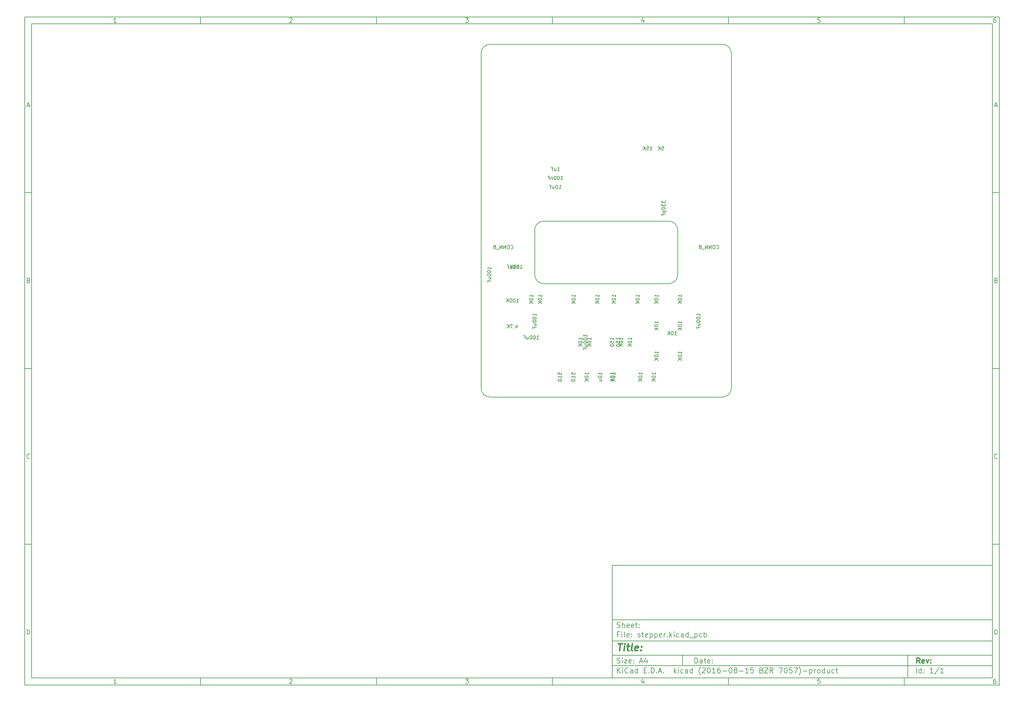
<source format=gbr>
G04 #@! TF.FileFunction,Other,Fab,Bot*
%FSLAX46Y46*%
G04 Gerber Fmt 4.6, Leading zero omitted, Abs format (unit mm)*
G04 Created by KiCad (PCBNEW (2016-08-15 BZR 7057)-product) date Tue Nov  8 12:42:18 2016*
%MOMM*%
%LPD*%
G01*
G04 APERTURE LIST*
%ADD10C,0.100000*%
%ADD11C,0.150000*%
%ADD12C,0.300000*%
%ADD13C,0.400000*%
G04 APERTURE END LIST*
D10*
D11*
X177002200Y-166007200D02*
X177002200Y-198007200D01*
X285002200Y-198007200D01*
X285002200Y-166007200D01*
X177002200Y-166007200D01*
D10*
D11*
X10000000Y-10000000D02*
X10000000Y-200007200D01*
X287002200Y-200007200D01*
X287002200Y-10000000D01*
X10000000Y-10000000D01*
D10*
D11*
X12000000Y-12000000D02*
X12000000Y-198007200D01*
X285002200Y-198007200D01*
X285002200Y-12000000D01*
X12000000Y-12000000D01*
D10*
D11*
X60000000Y-12000000D02*
X60000000Y-10000000D01*
D10*
D11*
X110000000Y-12000000D02*
X110000000Y-10000000D01*
D10*
D11*
X160000000Y-12000000D02*
X160000000Y-10000000D01*
D10*
D11*
X210000000Y-12000000D02*
X210000000Y-10000000D01*
D10*
D11*
X260000000Y-12000000D02*
X260000000Y-10000000D01*
D10*
D11*
X36065476Y-11588095D02*
X35322619Y-11588095D01*
X35694047Y-11588095D02*
X35694047Y-10288095D01*
X35570238Y-10473809D01*
X35446428Y-10597619D01*
X35322619Y-10659523D01*
D10*
D11*
X85322619Y-10411904D02*
X85384523Y-10350000D01*
X85508333Y-10288095D01*
X85817857Y-10288095D01*
X85941666Y-10350000D01*
X86003571Y-10411904D01*
X86065476Y-10535714D01*
X86065476Y-10659523D01*
X86003571Y-10845238D01*
X85260714Y-11588095D01*
X86065476Y-11588095D01*
D10*
D11*
X135260714Y-10288095D02*
X136065476Y-10288095D01*
X135632142Y-10783333D01*
X135817857Y-10783333D01*
X135941666Y-10845238D01*
X136003571Y-10907142D01*
X136065476Y-11030952D01*
X136065476Y-11340476D01*
X136003571Y-11464285D01*
X135941666Y-11526190D01*
X135817857Y-11588095D01*
X135446428Y-11588095D01*
X135322619Y-11526190D01*
X135260714Y-11464285D01*
D10*
D11*
X185941666Y-10721428D02*
X185941666Y-11588095D01*
X185632142Y-10226190D02*
X185322619Y-11154761D01*
X186127380Y-11154761D01*
D10*
D11*
X236003571Y-10288095D02*
X235384523Y-10288095D01*
X235322619Y-10907142D01*
X235384523Y-10845238D01*
X235508333Y-10783333D01*
X235817857Y-10783333D01*
X235941666Y-10845238D01*
X236003571Y-10907142D01*
X236065476Y-11030952D01*
X236065476Y-11340476D01*
X236003571Y-11464285D01*
X235941666Y-11526190D01*
X235817857Y-11588095D01*
X235508333Y-11588095D01*
X235384523Y-11526190D01*
X235322619Y-11464285D01*
D10*
D11*
X285941666Y-10288095D02*
X285694047Y-10288095D01*
X285570238Y-10350000D01*
X285508333Y-10411904D01*
X285384523Y-10597619D01*
X285322619Y-10845238D01*
X285322619Y-11340476D01*
X285384523Y-11464285D01*
X285446428Y-11526190D01*
X285570238Y-11588095D01*
X285817857Y-11588095D01*
X285941666Y-11526190D01*
X286003571Y-11464285D01*
X286065476Y-11340476D01*
X286065476Y-11030952D01*
X286003571Y-10907142D01*
X285941666Y-10845238D01*
X285817857Y-10783333D01*
X285570238Y-10783333D01*
X285446428Y-10845238D01*
X285384523Y-10907142D01*
X285322619Y-11030952D01*
D10*
D11*
X60000000Y-198007200D02*
X60000000Y-200007200D01*
D10*
D11*
X110000000Y-198007200D02*
X110000000Y-200007200D01*
D10*
D11*
X160000000Y-198007200D02*
X160000000Y-200007200D01*
D10*
D11*
X210000000Y-198007200D02*
X210000000Y-200007200D01*
D10*
D11*
X260000000Y-198007200D02*
X260000000Y-200007200D01*
D10*
D11*
X36065476Y-199595295D02*
X35322619Y-199595295D01*
X35694047Y-199595295D02*
X35694047Y-198295295D01*
X35570238Y-198481009D01*
X35446428Y-198604819D01*
X35322619Y-198666723D01*
D10*
D11*
X85322619Y-198419104D02*
X85384523Y-198357200D01*
X85508333Y-198295295D01*
X85817857Y-198295295D01*
X85941666Y-198357200D01*
X86003571Y-198419104D01*
X86065476Y-198542914D01*
X86065476Y-198666723D01*
X86003571Y-198852438D01*
X85260714Y-199595295D01*
X86065476Y-199595295D01*
D10*
D11*
X135260714Y-198295295D02*
X136065476Y-198295295D01*
X135632142Y-198790533D01*
X135817857Y-198790533D01*
X135941666Y-198852438D01*
X136003571Y-198914342D01*
X136065476Y-199038152D01*
X136065476Y-199347676D01*
X136003571Y-199471485D01*
X135941666Y-199533390D01*
X135817857Y-199595295D01*
X135446428Y-199595295D01*
X135322619Y-199533390D01*
X135260714Y-199471485D01*
D10*
D11*
X185941666Y-198728628D02*
X185941666Y-199595295D01*
X185632142Y-198233390D02*
X185322619Y-199161961D01*
X186127380Y-199161961D01*
D10*
D11*
X236003571Y-198295295D02*
X235384523Y-198295295D01*
X235322619Y-198914342D01*
X235384523Y-198852438D01*
X235508333Y-198790533D01*
X235817857Y-198790533D01*
X235941666Y-198852438D01*
X236003571Y-198914342D01*
X236065476Y-199038152D01*
X236065476Y-199347676D01*
X236003571Y-199471485D01*
X235941666Y-199533390D01*
X235817857Y-199595295D01*
X235508333Y-199595295D01*
X235384523Y-199533390D01*
X235322619Y-199471485D01*
D10*
D11*
X285941666Y-198295295D02*
X285694047Y-198295295D01*
X285570238Y-198357200D01*
X285508333Y-198419104D01*
X285384523Y-198604819D01*
X285322619Y-198852438D01*
X285322619Y-199347676D01*
X285384523Y-199471485D01*
X285446428Y-199533390D01*
X285570238Y-199595295D01*
X285817857Y-199595295D01*
X285941666Y-199533390D01*
X286003571Y-199471485D01*
X286065476Y-199347676D01*
X286065476Y-199038152D01*
X286003571Y-198914342D01*
X285941666Y-198852438D01*
X285817857Y-198790533D01*
X285570238Y-198790533D01*
X285446428Y-198852438D01*
X285384523Y-198914342D01*
X285322619Y-199038152D01*
D10*
D11*
X10000000Y-60000000D02*
X12000000Y-60000000D01*
D10*
D11*
X10000000Y-110000000D02*
X12000000Y-110000000D01*
D10*
D11*
X10000000Y-160000000D02*
X12000000Y-160000000D01*
D10*
D11*
X10690476Y-35216666D02*
X11309523Y-35216666D01*
X10566666Y-35588095D02*
X11000000Y-34288095D01*
X11433333Y-35588095D01*
D10*
D11*
X11092857Y-84907142D02*
X11278571Y-84969047D01*
X11340476Y-85030952D01*
X11402380Y-85154761D01*
X11402380Y-85340476D01*
X11340476Y-85464285D01*
X11278571Y-85526190D01*
X11154761Y-85588095D01*
X10659523Y-85588095D01*
X10659523Y-84288095D01*
X11092857Y-84288095D01*
X11216666Y-84350000D01*
X11278571Y-84411904D01*
X11340476Y-84535714D01*
X11340476Y-84659523D01*
X11278571Y-84783333D01*
X11216666Y-84845238D01*
X11092857Y-84907142D01*
X10659523Y-84907142D01*
D10*
D11*
X11402380Y-135464285D02*
X11340476Y-135526190D01*
X11154761Y-135588095D01*
X11030952Y-135588095D01*
X10845238Y-135526190D01*
X10721428Y-135402380D01*
X10659523Y-135278571D01*
X10597619Y-135030952D01*
X10597619Y-134845238D01*
X10659523Y-134597619D01*
X10721428Y-134473809D01*
X10845238Y-134350000D01*
X11030952Y-134288095D01*
X11154761Y-134288095D01*
X11340476Y-134350000D01*
X11402380Y-134411904D01*
D10*
D11*
X10659523Y-185588095D02*
X10659523Y-184288095D01*
X10969047Y-184288095D01*
X11154761Y-184350000D01*
X11278571Y-184473809D01*
X11340476Y-184597619D01*
X11402380Y-184845238D01*
X11402380Y-185030952D01*
X11340476Y-185278571D01*
X11278571Y-185402380D01*
X11154761Y-185526190D01*
X10969047Y-185588095D01*
X10659523Y-185588095D01*
D10*
D11*
X287002200Y-60000000D02*
X285002200Y-60000000D01*
D10*
D11*
X287002200Y-110000000D02*
X285002200Y-110000000D01*
D10*
D11*
X287002200Y-160000000D02*
X285002200Y-160000000D01*
D10*
D11*
X285692676Y-35216666D02*
X286311723Y-35216666D01*
X285568866Y-35588095D02*
X286002200Y-34288095D01*
X286435533Y-35588095D01*
D10*
D11*
X286095057Y-84907142D02*
X286280771Y-84969047D01*
X286342676Y-85030952D01*
X286404580Y-85154761D01*
X286404580Y-85340476D01*
X286342676Y-85464285D01*
X286280771Y-85526190D01*
X286156961Y-85588095D01*
X285661723Y-85588095D01*
X285661723Y-84288095D01*
X286095057Y-84288095D01*
X286218866Y-84350000D01*
X286280771Y-84411904D01*
X286342676Y-84535714D01*
X286342676Y-84659523D01*
X286280771Y-84783333D01*
X286218866Y-84845238D01*
X286095057Y-84907142D01*
X285661723Y-84907142D01*
D10*
D11*
X286404580Y-135464285D02*
X286342676Y-135526190D01*
X286156961Y-135588095D01*
X286033152Y-135588095D01*
X285847438Y-135526190D01*
X285723628Y-135402380D01*
X285661723Y-135278571D01*
X285599819Y-135030952D01*
X285599819Y-134845238D01*
X285661723Y-134597619D01*
X285723628Y-134473809D01*
X285847438Y-134350000D01*
X286033152Y-134288095D01*
X286156961Y-134288095D01*
X286342676Y-134350000D01*
X286404580Y-134411904D01*
D10*
D11*
X285661723Y-185588095D02*
X285661723Y-184288095D01*
X285971247Y-184288095D01*
X286156961Y-184350000D01*
X286280771Y-184473809D01*
X286342676Y-184597619D01*
X286404580Y-184845238D01*
X286404580Y-185030952D01*
X286342676Y-185278571D01*
X286280771Y-185402380D01*
X286156961Y-185526190D01*
X285971247Y-185588095D01*
X285661723Y-185588095D01*
D10*
D11*
X200434342Y-193785771D02*
X200434342Y-192285771D01*
X200791485Y-192285771D01*
X201005771Y-192357200D01*
X201148628Y-192500057D01*
X201220057Y-192642914D01*
X201291485Y-192928628D01*
X201291485Y-193142914D01*
X201220057Y-193428628D01*
X201148628Y-193571485D01*
X201005771Y-193714342D01*
X200791485Y-193785771D01*
X200434342Y-193785771D01*
X202577200Y-193785771D02*
X202577200Y-193000057D01*
X202505771Y-192857200D01*
X202362914Y-192785771D01*
X202077200Y-192785771D01*
X201934342Y-192857200D01*
X202577200Y-193714342D02*
X202434342Y-193785771D01*
X202077200Y-193785771D01*
X201934342Y-193714342D01*
X201862914Y-193571485D01*
X201862914Y-193428628D01*
X201934342Y-193285771D01*
X202077200Y-193214342D01*
X202434342Y-193214342D01*
X202577200Y-193142914D01*
X203077200Y-192785771D02*
X203648628Y-192785771D01*
X203291485Y-192285771D02*
X203291485Y-193571485D01*
X203362914Y-193714342D01*
X203505771Y-193785771D01*
X203648628Y-193785771D01*
X204720057Y-193714342D02*
X204577200Y-193785771D01*
X204291485Y-193785771D01*
X204148628Y-193714342D01*
X204077200Y-193571485D01*
X204077200Y-193000057D01*
X204148628Y-192857200D01*
X204291485Y-192785771D01*
X204577200Y-192785771D01*
X204720057Y-192857200D01*
X204791485Y-193000057D01*
X204791485Y-193142914D01*
X204077200Y-193285771D01*
X205434342Y-193642914D02*
X205505771Y-193714342D01*
X205434342Y-193785771D01*
X205362914Y-193714342D01*
X205434342Y-193642914D01*
X205434342Y-193785771D01*
X205434342Y-192857200D02*
X205505771Y-192928628D01*
X205434342Y-193000057D01*
X205362914Y-192928628D01*
X205434342Y-192857200D01*
X205434342Y-193000057D01*
D10*
D11*
X177002200Y-194507200D02*
X285002200Y-194507200D01*
D10*
D11*
X178434342Y-196585771D02*
X178434342Y-195085771D01*
X179291485Y-196585771D02*
X178648628Y-195728628D01*
X179291485Y-195085771D02*
X178434342Y-195942914D01*
X179934342Y-196585771D02*
X179934342Y-195585771D01*
X179934342Y-195085771D02*
X179862914Y-195157200D01*
X179934342Y-195228628D01*
X180005771Y-195157200D01*
X179934342Y-195085771D01*
X179934342Y-195228628D01*
X181505771Y-196442914D02*
X181434342Y-196514342D01*
X181220057Y-196585771D01*
X181077200Y-196585771D01*
X180862914Y-196514342D01*
X180720057Y-196371485D01*
X180648628Y-196228628D01*
X180577200Y-195942914D01*
X180577200Y-195728628D01*
X180648628Y-195442914D01*
X180720057Y-195300057D01*
X180862914Y-195157200D01*
X181077200Y-195085771D01*
X181220057Y-195085771D01*
X181434342Y-195157200D01*
X181505771Y-195228628D01*
X182791485Y-196585771D02*
X182791485Y-195800057D01*
X182720057Y-195657200D01*
X182577200Y-195585771D01*
X182291485Y-195585771D01*
X182148628Y-195657200D01*
X182791485Y-196514342D02*
X182648628Y-196585771D01*
X182291485Y-196585771D01*
X182148628Y-196514342D01*
X182077200Y-196371485D01*
X182077200Y-196228628D01*
X182148628Y-196085771D01*
X182291485Y-196014342D01*
X182648628Y-196014342D01*
X182791485Y-195942914D01*
X184148628Y-196585771D02*
X184148628Y-195085771D01*
X184148628Y-196514342D02*
X184005771Y-196585771D01*
X183720057Y-196585771D01*
X183577200Y-196514342D01*
X183505771Y-196442914D01*
X183434342Y-196300057D01*
X183434342Y-195871485D01*
X183505771Y-195728628D01*
X183577200Y-195657200D01*
X183720057Y-195585771D01*
X184005771Y-195585771D01*
X184148628Y-195657200D01*
X186005771Y-195800057D02*
X186505771Y-195800057D01*
X186720057Y-196585771D02*
X186005771Y-196585771D01*
X186005771Y-195085771D01*
X186720057Y-195085771D01*
X187362914Y-196442914D02*
X187434342Y-196514342D01*
X187362914Y-196585771D01*
X187291485Y-196514342D01*
X187362914Y-196442914D01*
X187362914Y-196585771D01*
X188077200Y-196585771D02*
X188077200Y-195085771D01*
X188434342Y-195085771D01*
X188648628Y-195157200D01*
X188791485Y-195300057D01*
X188862914Y-195442914D01*
X188934342Y-195728628D01*
X188934342Y-195942914D01*
X188862914Y-196228628D01*
X188791485Y-196371485D01*
X188648628Y-196514342D01*
X188434342Y-196585771D01*
X188077200Y-196585771D01*
X189577200Y-196442914D02*
X189648628Y-196514342D01*
X189577200Y-196585771D01*
X189505771Y-196514342D01*
X189577200Y-196442914D01*
X189577200Y-196585771D01*
X190220057Y-196157200D02*
X190934342Y-196157200D01*
X190077200Y-196585771D02*
X190577200Y-195085771D01*
X191077200Y-196585771D01*
X191577200Y-196442914D02*
X191648628Y-196514342D01*
X191577200Y-196585771D01*
X191505771Y-196514342D01*
X191577200Y-196442914D01*
X191577200Y-196585771D01*
X194577200Y-196585771D02*
X194577200Y-195085771D01*
X194720057Y-196014342D02*
X195148628Y-196585771D01*
X195148628Y-195585771D02*
X194577200Y-196157200D01*
X195791485Y-196585771D02*
X195791485Y-195585771D01*
X195791485Y-195085771D02*
X195720057Y-195157200D01*
X195791485Y-195228628D01*
X195862914Y-195157200D01*
X195791485Y-195085771D01*
X195791485Y-195228628D01*
X197148628Y-196514342D02*
X197005771Y-196585771D01*
X196720057Y-196585771D01*
X196577200Y-196514342D01*
X196505771Y-196442914D01*
X196434342Y-196300057D01*
X196434342Y-195871485D01*
X196505771Y-195728628D01*
X196577200Y-195657200D01*
X196720057Y-195585771D01*
X197005771Y-195585771D01*
X197148628Y-195657200D01*
X198434342Y-196585771D02*
X198434342Y-195800057D01*
X198362914Y-195657200D01*
X198220057Y-195585771D01*
X197934342Y-195585771D01*
X197791485Y-195657200D01*
X198434342Y-196514342D02*
X198291485Y-196585771D01*
X197934342Y-196585771D01*
X197791485Y-196514342D01*
X197720057Y-196371485D01*
X197720057Y-196228628D01*
X197791485Y-196085771D01*
X197934342Y-196014342D01*
X198291485Y-196014342D01*
X198434342Y-195942914D01*
X199791485Y-196585771D02*
X199791485Y-195085771D01*
X199791485Y-196514342D02*
X199648628Y-196585771D01*
X199362914Y-196585771D01*
X199220057Y-196514342D01*
X199148628Y-196442914D01*
X199077200Y-196300057D01*
X199077200Y-195871485D01*
X199148628Y-195728628D01*
X199220057Y-195657200D01*
X199362914Y-195585771D01*
X199648628Y-195585771D01*
X199791485Y-195657200D01*
X202077200Y-197157200D02*
X202005771Y-197085771D01*
X201862914Y-196871485D01*
X201791485Y-196728628D01*
X201720057Y-196514342D01*
X201648628Y-196157200D01*
X201648628Y-195871485D01*
X201720057Y-195514342D01*
X201791485Y-195300057D01*
X201862914Y-195157200D01*
X202005771Y-194942914D01*
X202077200Y-194871485D01*
X202577200Y-195228628D02*
X202648628Y-195157200D01*
X202791485Y-195085771D01*
X203148628Y-195085771D01*
X203291485Y-195157200D01*
X203362914Y-195228628D01*
X203434342Y-195371485D01*
X203434342Y-195514342D01*
X203362914Y-195728628D01*
X202505771Y-196585771D01*
X203434342Y-196585771D01*
X204362914Y-195085771D02*
X204505771Y-195085771D01*
X204648628Y-195157200D01*
X204720057Y-195228628D01*
X204791485Y-195371485D01*
X204862914Y-195657200D01*
X204862914Y-196014342D01*
X204791485Y-196300057D01*
X204720057Y-196442914D01*
X204648628Y-196514342D01*
X204505771Y-196585771D01*
X204362914Y-196585771D01*
X204220057Y-196514342D01*
X204148628Y-196442914D01*
X204077200Y-196300057D01*
X204005771Y-196014342D01*
X204005771Y-195657200D01*
X204077200Y-195371485D01*
X204148628Y-195228628D01*
X204220057Y-195157200D01*
X204362914Y-195085771D01*
X206291485Y-196585771D02*
X205434342Y-196585771D01*
X205862914Y-196585771D02*
X205862914Y-195085771D01*
X205720057Y-195300057D01*
X205577200Y-195442914D01*
X205434342Y-195514342D01*
X207577200Y-195085771D02*
X207291485Y-195085771D01*
X207148628Y-195157200D01*
X207077200Y-195228628D01*
X206934342Y-195442914D01*
X206862914Y-195728628D01*
X206862914Y-196300057D01*
X206934342Y-196442914D01*
X207005771Y-196514342D01*
X207148628Y-196585771D01*
X207434342Y-196585771D01*
X207577200Y-196514342D01*
X207648628Y-196442914D01*
X207720057Y-196300057D01*
X207720057Y-195942914D01*
X207648628Y-195800057D01*
X207577200Y-195728628D01*
X207434342Y-195657200D01*
X207148628Y-195657200D01*
X207005771Y-195728628D01*
X206934342Y-195800057D01*
X206862914Y-195942914D01*
X208362914Y-196014342D02*
X209505771Y-196014342D01*
X210505771Y-195085771D02*
X210648628Y-195085771D01*
X210791485Y-195157200D01*
X210862914Y-195228628D01*
X210934342Y-195371485D01*
X211005771Y-195657200D01*
X211005771Y-196014342D01*
X210934342Y-196300057D01*
X210862914Y-196442914D01*
X210791485Y-196514342D01*
X210648628Y-196585771D01*
X210505771Y-196585771D01*
X210362914Y-196514342D01*
X210291485Y-196442914D01*
X210220057Y-196300057D01*
X210148628Y-196014342D01*
X210148628Y-195657200D01*
X210220057Y-195371485D01*
X210291485Y-195228628D01*
X210362914Y-195157200D01*
X210505771Y-195085771D01*
X211862914Y-195728628D02*
X211720057Y-195657200D01*
X211648628Y-195585771D01*
X211577200Y-195442914D01*
X211577200Y-195371485D01*
X211648628Y-195228628D01*
X211720057Y-195157200D01*
X211862914Y-195085771D01*
X212148628Y-195085771D01*
X212291485Y-195157200D01*
X212362914Y-195228628D01*
X212434342Y-195371485D01*
X212434342Y-195442914D01*
X212362914Y-195585771D01*
X212291485Y-195657200D01*
X212148628Y-195728628D01*
X211862914Y-195728628D01*
X211720057Y-195800057D01*
X211648628Y-195871485D01*
X211577200Y-196014342D01*
X211577200Y-196300057D01*
X211648628Y-196442914D01*
X211720057Y-196514342D01*
X211862914Y-196585771D01*
X212148628Y-196585771D01*
X212291485Y-196514342D01*
X212362914Y-196442914D01*
X212434342Y-196300057D01*
X212434342Y-196014342D01*
X212362914Y-195871485D01*
X212291485Y-195800057D01*
X212148628Y-195728628D01*
X213077200Y-196014342D02*
X214220057Y-196014342D01*
X215720057Y-196585771D02*
X214862914Y-196585771D01*
X215291485Y-196585771D02*
X215291485Y-195085771D01*
X215148628Y-195300057D01*
X215005771Y-195442914D01*
X214862914Y-195514342D01*
X217077200Y-195085771D02*
X216362914Y-195085771D01*
X216291485Y-195800057D01*
X216362914Y-195728628D01*
X216505771Y-195657200D01*
X216862914Y-195657200D01*
X217005771Y-195728628D01*
X217077200Y-195800057D01*
X217148628Y-195942914D01*
X217148628Y-196300057D01*
X217077200Y-196442914D01*
X217005771Y-196514342D01*
X216862914Y-196585771D01*
X216505771Y-196585771D01*
X216362914Y-196514342D01*
X216291485Y-196442914D01*
X219434342Y-195800057D02*
X219648628Y-195871485D01*
X219720057Y-195942914D01*
X219791485Y-196085771D01*
X219791485Y-196300057D01*
X219720057Y-196442914D01*
X219648628Y-196514342D01*
X219505771Y-196585771D01*
X218934342Y-196585771D01*
X218934342Y-195085771D01*
X219434342Y-195085771D01*
X219577200Y-195157200D01*
X219648628Y-195228628D01*
X219720057Y-195371485D01*
X219720057Y-195514342D01*
X219648628Y-195657200D01*
X219577200Y-195728628D01*
X219434342Y-195800057D01*
X218934342Y-195800057D01*
X220291485Y-195085771D02*
X221291485Y-195085771D01*
X220291485Y-196585771D01*
X221291485Y-196585771D01*
X222720057Y-196585771D02*
X222220057Y-195871485D01*
X221862914Y-196585771D02*
X221862914Y-195085771D01*
X222434342Y-195085771D01*
X222577200Y-195157200D01*
X222648628Y-195228628D01*
X222720057Y-195371485D01*
X222720057Y-195585771D01*
X222648628Y-195728628D01*
X222577200Y-195800057D01*
X222434342Y-195871485D01*
X221862914Y-195871485D01*
X224362914Y-195085771D02*
X225362914Y-195085771D01*
X224720057Y-196585771D01*
X226220057Y-195085771D02*
X226362914Y-195085771D01*
X226505771Y-195157200D01*
X226577200Y-195228628D01*
X226648628Y-195371485D01*
X226720057Y-195657200D01*
X226720057Y-196014342D01*
X226648628Y-196300057D01*
X226577200Y-196442914D01*
X226505771Y-196514342D01*
X226362914Y-196585771D01*
X226220057Y-196585771D01*
X226077200Y-196514342D01*
X226005771Y-196442914D01*
X225934342Y-196300057D01*
X225862914Y-196014342D01*
X225862914Y-195657200D01*
X225934342Y-195371485D01*
X226005771Y-195228628D01*
X226077200Y-195157200D01*
X226220057Y-195085771D01*
X228077200Y-195085771D02*
X227362914Y-195085771D01*
X227291485Y-195800057D01*
X227362914Y-195728628D01*
X227505771Y-195657200D01*
X227862914Y-195657200D01*
X228005771Y-195728628D01*
X228077200Y-195800057D01*
X228148628Y-195942914D01*
X228148628Y-196300057D01*
X228077200Y-196442914D01*
X228005771Y-196514342D01*
X227862914Y-196585771D01*
X227505771Y-196585771D01*
X227362914Y-196514342D01*
X227291485Y-196442914D01*
X228648628Y-195085771D02*
X229648628Y-195085771D01*
X229005771Y-196585771D01*
X230077199Y-197157200D02*
X230148628Y-197085771D01*
X230291485Y-196871485D01*
X230362914Y-196728628D01*
X230434342Y-196514342D01*
X230505771Y-196157200D01*
X230505771Y-195871485D01*
X230434342Y-195514342D01*
X230362914Y-195300057D01*
X230291485Y-195157200D01*
X230148628Y-194942914D01*
X230077199Y-194871485D01*
X231220057Y-196014342D02*
X232362914Y-196014342D01*
X233077199Y-195585771D02*
X233077199Y-197085771D01*
X233077199Y-195657200D02*
X233220057Y-195585771D01*
X233505771Y-195585771D01*
X233648628Y-195657200D01*
X233720057Y-195728628D01*
X233791485Y-195871485D01*
X233791485Y-196300057D01*
X233720057Y-196442914D01*
X233648628Y-196514342D01*
X233505771Y-196585771D01*
X233220057Y-196585771D01*
X233077199Y-196514342D01*
X234434342Y-196585771D02*
X234434342Y-195585771D01*
X234434342Y-195871485D02*
X234505771Y-195728628D01*
X234577199Y-195657200D01*
X234720057Y-195585771D01*
X234862914Y-195585771D01*
X235577199Y-196585771D02*
X235434342Y-196514342D01*
X235362914Y-196442914D01*
X235291485Y-196300057D01*
X235291485Y-195871485D01*
X235362914Y-195728628D01*
X235434342Y-195657200D01*
X235577199Y-195585771D01*
X235791485Y-195585771D01*
X235934342Y-195657200D01*
X236005771Y-195728628D01*
X236077199Y-195871485D01*
X236077199Y-196300057D01*
X236005771Y-196442914D01*
X235934342Y-196514342D01*
X235791485Y-196585771D01*
X235577199Y-196585771D01*
X237362914Y-196585771D02*
X237362914Y-195085771D01*
X237362914Y-196514342D02*
X237220057Y-196585771D01*
X236934342Y-196585771D01*
X236791485Y-196514342D01*
X236720057Y-196442914D01*
X236648628Y-196300057D01*
X236648628Y-195871485D01*
X236720057Y-195728628D01*
X236791485Y-195657200D01*
X236934342Y-195585771D01*
X237220057Y-195585771D01*
X237362914Y-195657200D01*
X238720057Y-195585771D02*
X238720057Y-196585771D01*
X238077199Y-195585771D02*
X238077199Y-196371485D01*
X238148628Y-196514342D01*
X238291485Y-196585771D01*
X238505771Y-196585771D01*
X238648628Y-196514342D01*
X238720057Y-196442914D01*
X240077199Y-196514342D02*
X239934342Y-196585771D01*
X239648628Y-196585771D01*
X239505771Y-196514342D01*
X239434342Y-196442914D01*
X239362914Y-196300057D01*
X239362914Y-195871485D01*
X239434342Y-195728628D01*
X239505771Y-195657200D01*
X239648628Y-195585771D01*
X239934342Y-195585771D01*
X240077199Y-195657200D01*
X240505771Y-195585771D02*
X241077199Y-195585771D01*
X240720057Y-195085771D02*
X240720057Y-196371485D01*
X240791485Y-196514342D01*
X240934342Y-196585771D01*
X241077199Y-196585771D01*
D10*
D11*
X177002200Y-191507200D02*
X285002200Y-191507200D01*
D10*
D12*
X264411485Y-193785771D02*
X263911485Y-193071485D01*
X263554342Y-193785771D02*
X263554342Y-192285771D01*
X264125771Y-192285771D01*
X264268628Y-192357200D01*
X264340057Y-192428628D01*
X264411485Y-192571485D01*
X264411485Y-192785771D01*
X264340057Y-192928628D01*
X264268628Y-193000057D01*
X264125771Y-193071485D01*
X263554342Y-193071485D01*
X265625771Y-193714342D02*
X265482914Y-193785771D01*
X265197200Y-193785771D01*
X265054342Y-193714342D01*
X264982914Y-193571485D01*
X264982914Y-193000057D01*
X265054342Y-192857200D01*
X265197200Y-192785771D01*
X265482914Y-192785771D01*
X265625771Y-192857200D01*
X265697200Y-193000057D01*
X265697200Y-193142914D01*
X264982914Y-193285771D01*
X266197200Y-192785771D02*
X266554342Y-193785771D01*
X266911485Y-192785771D01*
X267482914Y-193642914D02*
X267554342Y-193714342D01*
X267482914Y-193785771D01*
X267411485Y-193714342D01*
X267482914Y-193642914D01*
X267482914Y-193785771D01*
X267482914Y-192857200D02*
X267554342Y-192928628D01*
X267482914Y-193000057D01*
X267411485Y-192928628D01*
X267482914Y-192857200D01*
X267482914Y-193000057D01*
D10*
D11*
X178362914Y-193714342D02*
X178577200Y-193785771D01*
X178934342Y-193785771D01*
X179077200Y-193714342D01*
X179148628Y-193642914D01*
X179220057Y-193500057D01*
X179220057Y-193357200D01*
X179148628Y-193214342D01*
X179077200Y-193142914D01*
X178934342Y-193071485D01*
X178648628Y-193000057D01*
X178505771Y-192928628D01*
X178434342Y-192857200D01*
X178362914Y-192714342D01*
X178362914Y-192571485D01*
X178434342Y-192428628D01*
X178505771Y-192357200D01*
X178648628Y-192285771D01*
X179005771Y-192285771D01*
X179220057Y-192357200D01*
X179862914Y-193785771D02*
X179862914Y-192785771D01*
X179862914Y-192285771D02*
X179791485Y-192357200D01*
X179862914Y-192428628D01*
X179934342Y-192357200D01*
X179862914Y-192285771D01*
X179862914Y-192428628D01*
X180434342Y-192785771D02*
X181220057Y-192785771D01*
X180434342Y-193785771D01*
X181220057Y-193785771D01*
X182362914Y-193714342D02*
X182220057Y-193785771D01*
X181934342Y-193785771D01*
X181791485Y-193714342D01*
X181720057Y-193571485D01*
X181720057Y-193000057D01*
X181791485Y-192857200D01*
X181934342Y-192785771D01*
X182220057Y-192785771D01*
X182362914Y-192857200D01*
X182434342Y-193000057D01*
X182434342Y-193142914D01*
X181720057Y-193285771D01*
X183077200Y-193642914D02*
X183148628Y-193714342D01*
X183077200Y-193785771D01*
X183005771Y-193714342D01*
X183077200Y-193642914D01*
X183077200Y-193785771D01*
X183077200Y-192857200D02*
X183148628Y-192928628D01*
X183077200Y-193000057D01*
X183005771Y-192928628D01*
X183077200Y-192857200D01*
X183077200Y-193000057D01*
X184862914Y-193357200D02*
X185577200Y-193357200D01*
X184720057Y-193785771D02*
X185220057Y-192285771D01*
X185720057Y-193785771D01*
X186862914Y-192785771D02*
X186862914Y-193785771D01*
X186505771Y-192214342D02*
X186148628Y-193285771D01*
X187077200Y-193285771D01*
D10*
D11*
X263434342Y-196585771D02*
X263434342Y-195085771D01*
X264791485Y-196585771D02*
X264791485Y-195085771D01*
X264791485Y-196514342D02*
X264648628Y-196585771D01*
X264362914Y-196585771D01*
X264220057Y-196514342D01*
X264148628Y-196442914D01*
X264077200Y-196300057D01*
X264077200Y-195871485D01*
X264148628Y-195728628D01*
X264220057Y-195657200D01*
X264362914Y-195585771D01*
X264648628Y-195585771D01*
X264791485Y-195657200D01*
X265505771Y-196442914D02*
X265577200Y-196514342D01*
X265505771Y-196585771D01*
X265434342Y-196514342D01*
X265505771Y-196442914D01*
X265505771Y-196585771D01*
X265505771Y-195657200D02*
X265577200Y-195728628D01*
X265505771Y-195800057D01*
X265434342Y-195728628D01*
X265505771Y-195657200D01*
X265505771Y-195800057D01*
X268148628Y-196585771D02*
X267291485Y-196585771D01*
X267720057Y-196585771D02*
X267720057Y-195085771D01*
X267577200Y-195300057D01*
X267434342Y-195442914D01*
X267291485Y-195514342D01*
X269862914Y-195014342D02*
X268577200Y-196942914D01*
X271148628Y-196585771D02*
X270291485Y-196585771D01*
X270720057Y-196585771D02*
X270720057Y-195085771D01*
X270577200Y-195300057D01*
X270434342Y-195442914D01*
X270291485Y-195514342D01*
D10*
D11*
X177002200Y-187507200D02*
X285002200Y-187507200D01*
D10*
D13*
X178714580Y-188211961D02*
X179857438Y-188211961D01*
X179036009Y-190211961D02*
X179286009Y-188211961D01*
X180274104Y-190211961D02*
X180440771Y-188878628D01*
X180524104Y-188211961D02*
X180416961Y-188307200D01*
X180500295Y-188402438D01*
X180607438Y-188307200D01*
X180524104Y-188211961D01*
X180500295Y-188402438D01*
X181107438Y-188878628D02*
X181869342Y-188878628D01*
X181476485Y-188211961D02*
X181262200Y-189926247D01*
X181333628Y-190116723D01*
X181512200Y-190211961D01*
X181702676Y-190211961D01*
X182655057Y-190211961D02*
X182476485Y-190116723D01*
X182405057Y-189926247D01*
X182619342Y-188211961D01*
X184190771Y-190116723D02*
X183988390Y-190211961D01*
X183607438Y-190211961D01*
X183428866Y-190116723D01*
X183357438Y-189926247D01*
X183452676Y-189164342D01*
X183571723Y-188973866D01*
X183774104Y-188878628D01*
X184155057Y-188878628D01*
X184333628Y-188973866D01*
X184405057Y-189164342D01*
X184381247Y-189354819D01*
X183405057Y-189545295D01*
X185155057Y-190021485D02*
X185238390Y-190116723D01*
X185131247Y-190211961D01*
X185047914Y-190116723D01*
X185155057Y-190021485D01*
X185131247Y-190211961D01*
X185286009Y-188973866D02*
X185369342Y-189069104D01*
X185262200Y-189164342D01*
X185178866Y-189069104D01*
X185286009Y-188973866D01*
X185262200Y-189164342D01*
D10*
D11*
X178934342Y-185600057D02*
X178434342Y-185600057D01*
X178434342Y-186385771D02*
X178434342Y-184885771D01*
X179148628Y-184885771D01*
X179720057Y-186385771D02*
X179720057Y-185385771D01*
X179720057Y-184885771D02*
X179648628Y-184957200D01*
X179720057Y-185028628D01*
X179791485Y-184957200D01*
X179720057Y-184885771D01*
X179720057Y-185028628D01*
X180648628Y-186385771D02*
X180505771Y-186314342D01*
X180434342Y-186171485D01*
X180434342Y-184885771D01*
X181791485Y-186314342D02*
X181648628Y-186385771D01*
X181362914Y-186385771D01*
X181220057Y-186314342D01*
X181148628Y-186171485D01*
X181148628Y-185600057D01*
X181220057Y-185457200D01*
X181362914Y-185385771D01*
X181648628Y-185385771D01*
X181791485Y-185457200D01*
X181862914Y-185600057D01*
X181862914Y-185742914D01*
X181148628Y-185885771D01*
X182505771Y-186242914D02*
X182577200Y-186314342D01*
X182505771Y-186385771D01*
X182434342Y-186314342D01*
X182505771Y-186242914D01*
X182505771Y-186385771D01*
X182505771Y-185457200D02*
X182577200Y-185528628D01*
X182505771Y-185600057D01*
X182434342Y-185528628D01*
X182505771Y-185457200D01*
X182505771Y-185600057D01*
X184291485Y-186314342D02*
X184434342Y-186385771D01*
X184720057Y-186385771D01*
X184862914Y-186314342D01*
X184934342Y-186171485D01*
X184934342Y-186100057D01*
X184862914Y-185957200D01*
X184720057Y-185885771D01*
X184505771Y-185885771D01*
X184362914Y-185814342D01*
X184291485Y-185671485D01*
X184291485Y-185600057D01*
X184362914Y-185457200D01*
X184505771Y-185385771D01*
X184720057Y-185385771D01*
X184862914Y-185457200D01*
X185362914Y-185385771D02*
X185934342Y-185385771D01*
X185577200Y-184885771D02*
X185577200Y-186171485D01*
X185648628Y-186314342D01*
X185791485Y-186385771D01*
X185934342Y-186385771D01*
X187005771Y-186314342D02*
X186862914Y-186385771D01*
X186577200Y-186385771D01*
X186434342Y-186314342D01*
X186362914Y-186171485D01*
X186362914Y-185600057D01*
X186434342Y-185457200D01*
X186577200Y-185385771D01*
X186862914Y-185385771D01*
X187005771Y-185457200D01*
X187077200Y-185600057D01*
X187077200Y-185742914D01*
X186362914Y-185885771D01*
X187720057Y-185385771D02*
X187720057Y-186885771D01*
X187720057Y-185457200D02*
X187862914Y-185385771D01*
X188148628Y-185385771D01*
X188291485Y-185457200D01*
X188362914Y-185528628D01*
X188434342Y-185671485D01*
X188434342Y-186100057D01*
X188362914Y-186242914D01*
X188291485Y-186314342D01*
X188148628Y-186385771D01*
X187862914Y-186385771D01*
X187720057Y-186314342D01*
X189077200Y-185385771D02*
X189077200Y-186885771D01*
X189077200Y-185457200D02*
X189220057Y-185385771D01*
X189505771Y-185385771D01*
X189648628Y-185457200D01*
X189720057Y-185528628D01*
X189791485Y-185671485D01*
X189791485Y-186100057D01*
X189720057Y-186242914D01*
X189648628Y-186314342D01*
X189505771Y-186385771D01*
X189220057Y-186385771D01*
X189077200Y-186314342D01*
X191005771Y-186314342D02*
X190862914Y-186385771D01*
X190577200Y-186385771D01*
X190434342Y-186314342D01*
X190362914Y-186171485D01*
X190362914Y-185600057D01*
X190434342Y-185457200D01*
X190577200Y-185385771D01*
X190862914Y-185385771D01*
X191005771Y-185457200D01*
X191077200Y-185600057D01*
X191077200Y-185742914D01*
X190362914Y-185885771D01*
X191720057Y-186385771D02*
X191720057Y-185385771D01*
X191720057Y-185671485D02*
X191791485Y-185528628D01*
X191862914Y-185457200D01*
X192005771Y-185385771D01*
X192148628Y-185385771D01*
X192648628Y-186242914D02*
X192720057Y-186314342D01*
X192648628Y-186385771D01*
X192577200Y-186314342D01*
X192648628Y-186242914D01*
X192648628Y-186385771D01*
X193362914Y-186385771D02*
X193362914Y-184885771D01*
X193505771Y-185814342D02*
X193934342Y-186385771D01*
X193934342Y-185385771D02*
X193362914Y-185957200D01*
X194577200Y-186385771D02*
X194577200Y-185385771D01*
X194577200Y-184885771D02*
X194505771Y-184957200D01*
X194577200Y-185028628D01*
X194648628Y-184957200D01*
X194577200Y-184885771D01*
X194577200Y-185028628D01*
X195934342Y-186314342D02*
X195791485Y-186385771D01*
X195505771Y-186385771D01*
X195362914Y-186314342D01*
X195291485Y-186242914D01*
X195220057Y-186100057D01*
X195220057Y-185671485D01*
X195291485Y-185528628D01*
X195362914Y-185457200D01*
X195505771Y-185385771D01*
X195791485Y-185385771D01*
X195934342Y-185457200D01*
X197220057Y-186385771D02*
X197220057Y-185600057D01*
X197148628Y-185457200D01*
X197005771Y-185385771D01*
X196720057Y-185385771D01*
X196577200Y-185457200D01*
X197220057Y-186314342D02*
X197077200Y-186385771D01*
X196720057Y-186385771D01*
X196577200Y-186314342D01*
X196505771Y-186171485D01*
X196505771Y-186028628D01*
X196577200Y-185885771D01*
X196720057Y-185814342D01*
X197077200Y-185814342D01*
X197220057Y-185742914D01*
X198577200Y-186385771D02*
X198577200Y-184885771D01*
X198577200Y-186314342D02*
X198434342Y-186385771D01*
X198148628Y-186385771D01*
X198005771Y-186314342D01*
X197934342Y-186242914D01*
X197862914Y-186100057D01*
X197862914Y-185671485D01*
X197934342Y-185528628D01*
X198005771Y-185457200D01*
X198148628Y-185385771D01*
X198434342Y-185385771D01*
X198577200Y-185457200D01*
X198934342Y-186528628D02*
X200077200Y-186528628D01*
X200434342Y-185385771D02*
X200434342Y-186885771D01*
X200434342Y-185457200D02*
X200577200Y-185385771D01*
X200862914Y-185385771D01*
X201005771Y-185457200D01*
X201077200Y-185528628D01*
X201148628Y-185671485D01*
X201148628Y-186100057D01*
X201077200Y-186242914D01*
X201005771Y-186314342D01*
X200862914Y-186385771D01*
X200577200Y-186385771D01*
X200434342Y-186314342D01*
X202434342Y-186314342D02*
X202291485Y-186385771D01*
X202005771Y-186385771D01*
X201862914Y-186314342D01*
X201791485Y-186242914D01*
X201720057Y-186100057D01*
X201720057Y-185671485D01*
X201791485Y-185528628D01*
X201862914Y-185457200D01*
X202005771Y-185385771D01*
X202291485Y-185385771D01*
X202434342Y-185457200D01*
X203077200Y-186385771D02*
X203077200Y-184885771D01*
X203077200Y-185457200D02*
X203220057Y-185385771D01*
X203505771Y-185385771D01*
X203648628Y-185457200D01*
X203720057Y-185528628D01*
X203791485Y-185671485D01*
X203791485Y-186100057D01*
X203720057Y-186242914D01*
X203648628Y-186314342D01*
X203505771Y-186385771D01*
X203220057Y-186385771D01*
X203077200Y-186314342D01*
D10*
D11*
X177002200Y-181507200D02*
X285002200Y-181507200D01*
D10*
D11*
X178362914Y-183614342D02*
X178577200Y-183685771D01*
X178934342Y-183685771D01*
X179077200Y-183614342D01*
X179148628Y-183542914D01*
X179220057Y-183400057D01*
X179220057Y-183257200D01*
X179148628Y-183114342D01*
X179077200Y-183042914D01*
X178934342Y-182971485D01*
X178648628Y-182900057D01*
X178505771Y-182828628D01*
X178434342Y-182757200D01*
X178362914Y-182614342D01*
X178362914Y-182471485D01*
X178434342Y-182328628D01*
X178505771Y-182257200D01*
X178648628Y-182185771D01*
X179005771Y-182185771D01*
X179220057Y-182257200D01*
X179862914Y-183685771D02*
X179862914Y-182185771D01*
X180505771Y-183685771D02*
X180505771Y-182900057D01*
X180434342Y-182757200D01*
X180291485Y-182685771D01*
X180077200Y-182685771D01*
X179934342Y-182757200D01*
X179862914Y-182828628D01*
X181791485Y-183614342D02*
X181648628Y-183685771D01*
X181362914Y-183685771D01*
X181220057Y-183614342D01*
X181148628Y-183471485D01*
X181148628Y-182900057D01*
X181220057Y-182757200D01*
X181362914Y-182685771D01*
X181648628Y-182685771D01*
X181791485Y-182757200D01*
X181862914Y-182900057D01*
X181862914Y-183042914D01*
X181148628Y-183185771D01*
X183077200Y-183614342D02*
X182934342Y-183685771D01*
X182648628Y-183685771D01*
X182505771Y-183614342D01*
X182434342Y-183471485D01*
X182434342Y-182900057D01*
X182505771Y-182757200D01*
X182648628Y-182685771D01*
X182934342Y-182685771D01*
X183077200Y-182757200D01*
X183148628Y-182900057D01*
X183148628Y-183042914D01*
X182434342Y-183185771D01*
X183577200Y-182685771D02*
X184148628Y-182685771D01*
X183791485Y-182185771D02*
X183791485Y-183471485D01*
X183862914Y-183614342D01*
X184005771Y-183685771D01*
X184148628Y-183685771D01*
X184648628Y-183542914D02*
X184720057Y-183614342D01*
X184648628Y-183685771D01*
X184577200Y-183614342D01*
X184648628Y-183542914D01*
X184648628Y-183685771D01*
X184648628Y-182757200D02*
X184720057Y-182828628D01*
X184648628Y-182900057D01*
X184577200Y-182828628D01*
X184648628Y-182757200D01*
X184648628Y-182900057D01*
D10*
D11*
X197002200Y-191507200D02*
X197002200Y-194507200D01*
D10*
D11*
X261002200Y-191507200D02*
X261002200Y-198007200D01*
X139700000Y-115570000D02*
G75*
G03X142240000Y-118110000I2540000J0D01*
G01*
X208280000Y-118110000D02*
G75*
G03X210820000Y-115570000I0J2540000D01*
G01*
X142240000Y-17780000D02*
G75*
G03X139700000Y-20320000I0J-2540000D01*
G01*
X210820000Y-115570000D02*
X210820000Y-20320000D01*
X210820000Y-20320000D02*
G75*
G03X208280000Y-17780000I-2540000J0D01*
G01*
X142240000Y-118110000D02*
X208280000Y-118110000D01*
X139700000Y-20320000D02*
X139700000Y-115570000D01*
X208280000Y-17780000D02*
X142240000Y-17780000D01*
X154940000Y-83312000D02*
G75*
G03X157480000Y-85852000I2540000J0D01*
G01*
X157480000Y-68072000D02*
G75*
G03X154940000Y-70612000I0J-2540000D01*
G01*
X193040000Y-85852000D02*
G75*
G03X195580000Y-83312000I0J2540000D01*
G01*
X195580000Y-70612000D02*
G75*
G03X193040000Y-68072000I-2540000J0D01*
G01*
X195580000Y-70612000D02*
X195580000Y-83312000D01*
X193040000Y-85852000D02*
X157480000Y-85852000D01*
X154940000Y-83312000D02*
X154940000Y-70612000D01*
X193040000Y-68072000D02*
X157480000Y-68072000D01*
X150772619Y-81537380D02*
X151344047Y-81537380D01*
X151058333Y-81537380D02*
X151058333Y-80537380D01*
X151153571Y-80680238D01*
X151248809Y-80775476D01*
X151344047Y-80823095D01*
X150153571Y-80537380D02*
X150058333Y-80537380D01*
X149963095Y-80585000D01*
X149915476Y-80632619D01*
X149867857Y-80727857D01*
X149820238Y-80918333D01*
X149820238Y-81156428D01*
X149867857Y-81346904D01*
X149915476Y-81442142D01*
X149963095Y-81489761D01*
X150058333Y-81537380D01*
X150153571Y-81537380D01*
X150248809Y-81489761D01*
X150296428Y-81442142D01*
X150344047Y-81346904D01*
X150391666Y-81156428D01*
X150391666Y-80918333D01*
X150344047Y-80727857D01*
X150296428Y-80632619D01*
X150248809Y-80585000D01*
X150153571Y-80537380D01*
X149201190Y-80537380D02*
X149105952Y-80537380D01*
X149010714Y-80585000D01*
X148963095Y-80632619D01*
X148915476Y-80727857D01*
X148867857Y-80918333D01*
X148867857Y-81156428D01*
X148915476Y-81346904D01*
X148963095Y-81442142D01*
X149010714Y-81489761D01*
X149105952Y-81537380D01*
X149201190Y-81537380D01*
X149296428Y-81489761D01*
X149344047Y-81442142D01*
X149391666Y-81346904D01*
X149439285Y-81156428D01*
X149439285Y-80918333D01*
X149391666Y-80727857D01*
X149344047Y-80632619D01*
X149296428Y-80585000D01*
X149201190Y-80537380D01*
X148010714Y-80870714D02*
X148010714Y-81537380D01*
X148439285Y-80870714D02*
X148439285Y-81394523D01*
X148391666Y-81489761D01*
X148296428Y-81537380D01*
X148153571Y-81537380D01*
X148058333Y-81489761D01*
X148010714Y-81442142D01*
X147201190Y-81013571D02*
X147534523Y-81013571D01*
X147534523Y-81537380D02*
X147534523Y-80537380D01*
X147058333Y-80537380D01*
X168414380Y-101798523D02*
X168414380Y-101227095D01*
X168414380Y-101512809D02*
X167414380Y-101512809D01*
X167557238Y-101417571D01*
X167652476Y-101322333D01*
X167700095Y-101227095D01*
X167414380Y-102417571D02*
X167414380Y-102512809D01*
X167462000Y-102608047D01*
X167509619Y-102655666D01*
X167604857Y-102703285D01*
X167795333Y-102750904D01*
X168033428Y-102750904D01*
X168223904Y-102703285D01*
X168319142Y-102655666D01*
X168366761Y-102608047D01*
X168414380Y-102512809D01*
X168414380Y-102417571D01*
X168366761Y-102322333D01*
X168319142Y-102274714D01*
X168223904Y-102227095D01*
X168033428Y-102179476D01*
X167795333Y-102179476D01*
X167604857Y-102227095D01*
X167509619Y-102274714D01*
X167462000Y-102322333D01*
X167414380Y-102417571D01*
X168414380Y-103179476D02*
X167414380Y-103179476D01*
X168414380Y-103750904D02*
X167842952Y-103322333D01*
X167414380Y-103750904D02*
X167985809Y-103179476D01*
X170954380Y-101798523D02*
X170954380Y-101227095D01*
X170954380Y-101512809D02*
X169954380Y-101512809D01*
X170097238Y-101417571D01*
X170192476Y-101322333D01*
X170240095Y-101227095D01*
X169954380Y-102417571D02*
X169954380Y-102512809D01*
X170002000Y-102608047D01*
X170049619Y-102655666D01*
X170144857Y-102703285D01*
X170335333Y-102750904D01*
X170573428Y-102750904D01*
X170763904Y-102703285D01*
X170859142Y-102655666D01*
X170906761Y-102608047D01*
X170954380Y-102512809D01*
X170954380Y-102417571D01*
X170906761Y-102322333D01*
X170859142Y-102274714D01*
X170763904Y-102227095D01*
X170573428Y-102179476D01*
X170335333Y-102179476D01*
X170144857Y-102227095D01*
X170049619Y-102274714D01*
X170002000Y-102322333D01*
X169954380Y-102417571D01*
X170954380Y-103179476D02*
X169954380Y-103179476D01*
X170954380Y-103750904D02*
X170382952Y-103322333D01*
X169954380Y-103750904D02*
X170525809Y-103179476D01*
X179962380Y-101798523D02*
X179962380Y-101227095D01*
X179962380Y-101512809D02*
X178962380Y-101512809D01*
X179105238Y-101417571D01*
X179200476Y-101322333D01*
X179248095Y-101227095D01*
X178962380Y-102417571D02*
X178962380Y-102512809D01*
X179010000Y-102608047D01*
X179057619Y-102655666D01*
X179152857Y-102703285D01*
X179343333Y-102750904D01*
X179581428Y-102750904D01*
X179771904Y-102703285D01*
X179867142Y-102655666D01*
X179914761Y-102608047D01*
X179962380Y-102512809D01*
X179962380Y-102417571D01*
X179914761Y-102322333D01*
X179867142Y-102274714D01*
X179771904Y-102227095D01*
X179581428Y-102179476D01*
X179343333Y-102179476D01*
X179152857Y-102227095D01*
X179057619Y-102274714D01*
X179010000Y-102322333D01*
X178962380Y-102417571D01*
X179962380Y-103179476D02*
X178962380Y-103179476D01*
X179962380Y-103750904D02*
X179390952Y-103322333D01*
X178962380Y-103750904D02*
X179533809Y-103179476D01*
X182502380Y-101798523D02*
X182502380Y-101227095D01*
X182502380Y-101512809D02*
X181502380Y-101512809D01*
X181645238Y-101417571D01*
X181740476Y-101322333D01*
X181788095Y-101227095D01*
X181502380Y-102417571D02*
X181502380Y-102512809D01*
X181550000Y-102608047D01*
X181597619Y-102655666D01*
X181692857Y-102703285D01*
X181883333Y-102750904D01*
X182121428Y-102750904D01*
X182311904Y-102703285D01*
X182407142Y-102655666D01*
X182454761Y-102608047D01*
X182502380Y-102512809D01*
X182502380Y-102417571D01*
X182454761Y-102322333D01*
X182407142Y-102274714D01*
X182311904Y-102227095D01*
X182121428Y-102179476D01*
X181883333Y-102179476D01*
X181692857Y-102227095D01*
X181597619Y-102274714D01*
X181550000Y-102322333D01*
X181502380Y-102417571D01*
X182502380Y-103179476D02*
X181502380Y-103179476D01*
X182502380Y-103750904D02*
X181930952Y-103322333D01*
X181502380Y-103750904D02*
X182073809Y-103179476D01*
X170192380Y-111704523D02*
X170192380Y-111133095D01*
X170192380Y-111418809D02*
X169192380Y-111418809D01*
X169335238Y-111323571D01*
X169430476Y-111228333D01*
X169478095Y-111133095D01*
X169192380Y-112323571D02*
X169192380Y-112418809D01*
X169240000Y-112514047D01*
X169287619Y-112561666D01*
X169382857Y-112609285D01*
X169573333Y-112656904D01*
X169811428Y-112656904D01*
X170001904Y-112609285D01*
X170097142Y-112561666D01*
X170144761Y-112514047D01*
X170192380Y-112418809D01*
X170192380Y-112323571D01*
X170144761Y-112228333D01*
X170097142Y-112180714D01*
X170001904Y-112133095D01*
X169811428Y-112085476D01*
X169573333Y-112085476D01*
X169382857Y-112133095D01*
X169287619Y-112180714D01*
X169240000Y-112228333D01*
X169192380Y-112323571D01*
X170192380Y-113085476D02*
X169192380Y-113085476D01*
X170192380Y-113656904D02*
X169620952Y-113228333D01*
X169192380Y-113656904D02*
X169763809Y-113085476D01*
X194685476Y-100460380D02*
X195256904Y-100460380D01*
X194971190Y-100460380D02*
X194971190Y-99460380D01*
X195066428Y-99603238D01*
X195161666Y-99698476D01*
X195256904Y-99746095D01*
X194066428Y-99460380D02*
X193971190Y-99460380D01*
X193875952Y-99508000D01*
X193828333Y-99555619D01*
X193780714Y-99650857D01*
X193733095Y-99841333D01*
X193733095Y-100079428D01*
X193780714Y-100269904D01*
X193828333Y-100365142D01*
X193875952Y-100412761D01*
X193971190Y-100460380D01*
X194066428Y-100460380D01*
X194161666Y-100412761D01*
X194209285Y-100365142D01*
X194256904Y-100269904D01*
X194304523Y-100079428D01*
X194304523Y-99841333D01*
X194256904Y-99650857D01*
X194209285Y-99555619D01*
X194161666Y-99508000D01*
X194066428Y-99460380D01*
X193304523Y-100460380D02*
X193304523Y-99460380D01*
X192733095Y-100460380D02*
X193161666Y-99888952D01*
X192733095Y-99460380D02*
X193304523Y-100031809D01*
X142497380Y-81764380D02*
X142497380Y-81192952D01*
X142497380Y-81478666D02*
X141497380Y-81478666D01*
X141640238Y-81383428D01*
X141735476Y-81288190D01*
X141783095Y-81192952D01*
X141497380Y-82383428D02*
X141497380Y-82478666D01*
X141545000Y-82573904D01*
X141592619Y-82621523D01*
X141687857Y-82669142D01*
X141878333Y-82716761D01*
X142116428Y-82716761D01*
X142306904Y-82669142D01*
X142402142Y-82621523D01*
X142449761Y-82573904D01*
X142497380Y-82478666D01*
X142497380Y-82383428D01*
X142449761Y-82288190D01*
X142402142Y-82240571D01*
X142306904Y-82192952D01*
X142116428Y-82145333D01*
X141878333Y-82145333D01*
X141687857Y-82192952D01*
X141592619Y-82240571D01*
X141545000Y-82288190D01*
X141497380Y-82383428D01*
X141497380Y-83335809D02*
X141497380Y-83431047D01*
X141545000Y-83526285D01*
X141592619Y-83573904D01*
X141687857Y-83621523D01*
X141878333Y-83669142D01*
X142116428Y-83669142D01*
X142306904Y-83621523D01*
X142402142Y-83573904D01*
X142449761Y-83526285D01*
X142497380Y-83431047D01*
X142497380Y-83335809D01*
X142449761Y-83240571D01*
X142402142Y-83192952D01*
X142306904Y-83145333D01*
X142116428Y-83097714D01*
X141878333Y-83097714D01*
X141687857Y-83145333D01*
X141592619Y-83192952D01*
X141545000Y-83240571D01*
X141497380Y-83335809D01*
X141830714Y-84526285D02*
X142497380Y-84526285D01*
X141830714Y-84097714D02*
X142354523Y-84097714D01*
X142449761Y-84145333D01*
X142497380Y-84240571D01*
X142497380Y-84383428D01*
X142449761Y-84478666D01*
X142402142Y-84526285D01*
X141973571Y-85335809D02*
X141973571Y-85002476D01*
X142497380Y-85002476D02*
X141497380Y-85002476D01*
X141497380Y-85478666D01*
X165382380Y-111680714D02*
X165382380Y-111204523D01*
X165858571Y-111156904D01*
X165810952Y-111204523D01*
X165763333Y-111299761D01*
X165763333Y-111537857D01*
X165810952Y-111633095D01*
X165858571Y-111680714D01*
X165953809Y-111728333D01*
X166191904Y-111728333D01*
X166287142Y-111680714D01*
X166334761Y-111633095D01*
X166382380Y-111537857D01*
X166382380Y-111299761D01*
X166334761Y-111204523D01*
X166287142Y-111156904D01*
X166382380Y-112680714D02*
X166382380Y-112109285D01*
X166382380Y-112395000D02*
X165382380Y-112395000D01*
X165525238Y-112299761D01*
X165620476Y-112204523D01*
X165668095Y-112109285D01*
X165382380Y-113299761D02*
X165382380Y-113395000D01*
X165430000Y-113490238D01*
X165477619Y-113537857D01*
X165572857Y-113585476D01*
X165763333Y-113633095D01*
X166001428Y-113633095D01*
X166191904Y-113585476D01*
X166287142Y-113537857D01*
X166334761Y-113490238D01*
X166382380Y-113395000D01*
X166382380Y-113299761D01*
X166334761Y-113204523D01*
X166287142Y-113156904D01*
X166191904Y-113109285D01*
X166001428Y-113061666D01*
X165763333Y-113061666D01*
X165572857Y-113109285D01*
X165477619Y-113156904D01*
X165430000Y-113204523D01*
X165382380Y-113299761D01*
X161572380Y-111680714D02*
X161572380Y-111204523D01*
X162048571Y-111156904D01*
X162000952Y-111204523D01*
X161953333Y-111299761D01*
X161953333Y-111537857D01*
X162000952Y-111633095D01*
X162048571Y-111680714D01*
X162143809Y-111728333D01*
X162381904Y-111728333D01*
X162477142Y-111680714D01*
X162524761Y-111633095D01*
X162572380Y-111537857D01*
X162572380Y-111299761D01*
X162524761Y-111204523D01*
X162477142Y-111156904D01*
X162572380Y-112680714D02*
X162572380Y-112109285D01*
X162572380Y-112395000D02*
X161572380Y-112395000D01*
X161715238Y-112299761D01*
X161810476Y-112204523D01*
X161858095Y-112109285D01*
X161572380Y-113299761D02*
X161572380Y-113395000D01*
X161620000Y-113490238D01*
X161667619Y-113537857D01*
X161762857Y-113585476D01*
X161953333Y-113633095D01*
X162191428Y-113633095D01*
X162381904Y-113585476D01*
X162477142Y-113537857D01*
X162524761Y-113490238D01*
X162572380Y-113395000D01*
X162572380Y-113299761D01*
X162524761Y-113204523D01*
X162477142Y-113156904D01*
X162381904Y-113109285D01*
X162191428Y-113061666D01*
X161953333Y-113061666D01*
X161762857Y-113109285D01*
X161667619Y-113156904D01*
X161620000Y-113204523D01*
X161572380Y-113299761D01*
X189242380Y-111704523D02*
X189242380Y-111133095D01*
X189242380Y-111418809D02*
X188242380Y-111418809D01*
X188385238Y-111323571D01*
X188480476Y-111228333D01*
X188528095Y-111133095D01*
X188242380Y-112323571D02*
X188242380Y-112418809D01*
X188290000Y-112514047D01*
X188337619Y-112561666D01*
X188432857Y-112609285D01*
X188623333Y-112656904D01*
X188861428Y-112656904D01*
X189051904Y-112609285D01*
X189147142Y-112561666D01*
X189194761Y-112514047D01*
X189242380Y-112418809D01*
X189242380Y-112323571D01*
X189194761Y-112228333D01*
X189147142Y-112180714D01*
X189051904Y-112133095D01*
X188861428Y-112085476D01*
X188623333Y-112085476D01*
X188432857Y-112133095D01*
X188337619Y-112180714D01*
X188290000Y-112228333D01*
X188242380Y-112323571D01*
X189242380Y-113085476D02*
X188242380Y-113085476D01*
X189242380Y-113656904D02*
X188670952Y-113228333D01*
X188242380Y-113656904D02*
X188813809Y-113085476D01*
X201942380Y-94972380D02*
X201942380Y-94400952D01*
X201942380Y-94686666D02*
X200942380Y-94686666D01*
X201085238Y-94591428D01*
X201180476Y-94496190D01*
X201228095Y-94400952D01*
X200942380Y-95591428D02*
X200942380Y-95686666D01*
X200990000Y-95781904D01*
X201037619Y-95829523D01*
X201132857Y-95877142D01*
X201323333Y-95924761D01*
X201561428Y-95924761D01*
X201751904Y-95877142D01*
X201847142Y-95829523D01*
X201894761Y-95781904D01*
X201942380Y-95686666D01*
X201942380Y-95591428D01*
X201894761Y-95496190D01*
X201847142Y-95448571D01*
X201751904Y-95400952D01*
X201561428Y-95353333D01*
X201323333Y-95353333D01*
X201132857Y-95400952D01*
X201037619Y-95448571D01*
X200990000Y-95496190D01*
X200942380Y-95591428D01*
X200942380Y-96543809D02*
X200942380Y-96639047D01*
X200990000Y-96734285D01*
X201037619Y-96781904D01*
X201132857Y-96829523D01*
X201323333Y-96877142D01*
X201561428Y-96877142D01*
X201751904Y-96829523D01*
X201847142Y-96781904D01*
X201894761Y-96734285D01*
X201942380Y-96639047D01*
X201942380Y-96543809D01*
X201894761Y-96448571D01*
X201847142Y-96400952D01*
X201751904Y-96353333D01*
X201561428Y-96305714D01*
X201323333Y-96305714D01*
X201132857Y-96353333D01*
X201037619Y-96400952D01*
X200990000Y-96448571D01*
X200942380Y-96543809D01*
X201275714Y-97734285D02*
X201942380Y-97734285D01*
X201275714Y-97305714D02*
X201799523Y-97305714D01*
X201894761Y-97353333D01*
X201942380Y-97448571D01*
X201942380Y-97591428D01*
X201894761Y-97686666D01*
X201847142Y-97734285D01*
X201418571Y-98543809D02*
X201418571Y-98210476D01*
X201942380Y-98210476D02*
X200942380Y-98210476D01*
X200942380Y-98686666D01*
X155487619Y-101612380D02*
X156059047Y-101612380D01*
X155773333Y-101612380D02*
X155773333Y-100612380D01*
X155868571Y-100755238D01*
X155963809Y-100850476D01*
X156059047Y-100898095D01*
X154868571Y-100612380D02*
X154773333Y-100612380D01*
X154678095Y-100660000D01*
X154630476Y-100707619D01*
X154582857Y-100802857D01*
X154535238Y-100993333D01*
X154535238Y-101231428D01*
X154582857Y-101421904D01*
X154630476Y-101517142D01*
X154678095Y-101564761D01*
X154773333Y-101612380D01*
X154868571Y-101612380D01*
X154963809Y-101564761D01*
X155011428Y-101517142D01*
X155059047Y-101421904D01*
X155106666Y-101231428D01*
X155106666Y-100993333D01*
X155059047Y-100802857D01*
X155011428Y-100707619D01*
X154963809Y-100660000D01*
X154868571Y-100612380D01*
X153916190Y-100612380D02*
X153820952Y-100612380D01*
X153725714Y-100660000D01*
X153678095Y-100707619D01*
X153630476Y-100802857D01*
X153582857Y-100993333D01*
X153582857Y-101231428D01*
X153630476Y-101421904D01*
X153678095Y-101517142D01*
X153725714Y-101564761D01*
X153820952Y-101612380D01*
X153916190Y-101612380D01*
X154011428Y-101564761D01*
X154059047Y-101517142D01*
X154106666Y-101421904D01*
X154154285Y-101231428D01*
X154154285Y-100993333D01*
X154106666Y-100802857D01*
X154059047Y-100707619D01*
X154011428Y-100660000D01*
X153916190Y-100612380D01*
X152725714Y-100945714D02*
X152725714Y-101612380D01*
X153154285Y-100945714D02*
X153154285Y-101469523D01*
X153106666Y-101564761D01*
X153011428Y-101612380D01*
X152868571Y-101612380D01*
X152773333Y-101564761D01*
X152725714Y-101517142D01*
X151916190Y-101088571D02*
X152249523Y-101088571D01*
X152249523Y-101612380D02*
X152249523Y-100612380D01*
X151773333Y-100612380D01*
X174002380Y-111752142D02*
X174002380Y-111180714D01*
X174002380Y-111466428D02*
X173002380Y-111466428D01*
X173145238Y-111371190D01*
X173240476Y-111275952D01*
X173288095Y-111180714D01*
X173002380Y-112371190D02*
X173002380Y-112466428D01*
X173050000Y-112561666D01*
X173097619Y-112609285D01*
X173192857Y-112656904D01*
X173383333Y-112704523D01*
X173621428Y-112704523D01*
X173811904Y-112656904D01*
X173907142Y-112609285D01*
X173954761Y-112561666D01*
X174002380Y-112466428D01*
X174002380Y-112371190D01*
X173954761Y-112275952D01*
X173907142Y-112228333D01*
X173811904Y-112180714D01*
X173621428Y-112133095D01*
X173383333Y-112133095D01*
X173192857Y-112180714D01*
X173097619Y-112228333D01*
X173050000Y-112275952D01*
X173002380Y-112371190D01*
X173335714Y-113561666D02*
X174002380Y-113561666D01*
X173335714Y-113133095D02*
X173859523Y-113133095D01*
X173954761Y-113180714D01*
X174002380Y-113275952D01*
X174002380Y-113418809D01*
X173954761Y-113514047D01*
X173907142Y-113561666D01*
X191027380Y-62238333D02*
X191027380Y-62857380D01*
X191408333Y-62524047D01*
X191408333Y-62666904D01*
X191455952Y-62762142D01*
X191503571Y-62809761D01*
X191598809Y-62857380D01*
X191836904Y-62857380D01*
X191932142Y-62809761D01*
X191979761Y-62762142D01*
X192027380Y-62666904D01*
X192027380Y-62381190D01*
X191979761Y-62285952D01*
X191932142Y-62238333D01*
X191027380Y-63190714D02*
X191027380Y-63809761D01*
X191408333Y-63476428D01*
X191408333Y-63619285D01*
X191455952Y-63714523D01*
X191503571Y-63762142D01*
X191598809Y-63809761D01*
X191836904Y-63809761D01*
X191932142Y-63762142D01*
X191979761Y-63714523D01*
X192027380Y-63619285D01*
X192027380Y-63333571D01*
X191979761Y-63238333D01*
X191932142Y-63190714D01*
X191027380Y-64428809D02*
X191027380Y-64524047D01*
X191075000Y-64619285D01*
X191122619Y-64666904D01*
X191217857Y-64714523D01*
X191408333Y-64762142D01*
X191646428Y-64762142D01*
X191836904Y-64714523D01*
X191932142Y-64666904D01*
X191979761Y-64619285D01*
X192027380Y-64524047D01*
X192027380Y-64428809D01*
X191979761Y-64333571D01*
X191932142Y-64285952D01*
X191836904Y-64238333D01*
X191646428Y-64190714D01*
X191408333Y-64190714D01*
X191217857Y-64238333D01*
X191122619Y-64285952D01*
X191075000Y-64333571D01*
X191027380Y-64428809D01*
X191360714Y-65190714D02*
X192360714Y-65190714D01*
X191408333Y-65190714D02*
X191360714Y-65285952D01*
X191360714Y-65476428D01*
X191408333Y-65571666D01*
X191455952Y-65619285D01*
X191551190Y-65666904D01*
X191836904Y-65666904D01*
X191932142Y-65619285D01*
X191979761Y-65571666D01*
X192027380Y-65476428D01*
X192027380Y-65285952D01*
X191979761Y-65190714D01*
X191503571Y-66428809D02*
X191503571Y-66095476D01*
X192027380Y-66095476D02*
X191027380Y-66095476D01*
X191027380Y-66571666D01*
X185432380Y-111704523D02*
X185432380Y-111133095D01*
X185432380Y-111418809D02*
X184432380Y-111418809D01*
X184575238Y-111323571D01*
X184670476Y-111228333D01*
X184718095Y-111133095D01*
X184432380Y-112323571D02*
X184432380Y-112418809D01*
X184480000Y-112514047D01*
X184527619Y-112561666D01*
X184622857Y-112609285D01*
X184813333Y-112656904D01*
X185051428Y-112656904D01*
X185241904Y-112609285D01*
X185337142Y-112561666D01*
X185384761Y-112514047D01*
X185432380Y-112418809D01*
X185432380Y-112323571D01*
X185384761Y-112228333D01*
X185337142Y-112180714D01*
X185241904Y-112133095D01*
X185051428Y-112085476D01*
X184813333Y-112085476D01*
X184622857Y-112133095D01*
X184527619Y-112180714D01*
X184480000Y-112228333D01*
X184432380Y-112323571D01*
X185432380Y-113085476D02*
X184432380Y-113085476D01*
X185432380Y-113656904D02*
X184860952Y-113228333D01*
X184432380Y-113656904D02*
X185003809Y-113085476D01*
X177422380Y-111704523D02*
X177422380Y-111133095D01*
X177422380Y-111418809D02*
X176422380Y-111418809D01*
X176565238Y-111323571D01*
X176660476Y-111228333D01*
X176708095Y-111133095D01*
X176422380Y-112323571D02*
X176422380Y-112418809D01*
X176470000Y-112514047D01*
X176517619Y-112561666D01*
X176612857Y-112609285D01*
X176803333Y-112656904D01*
X177041428Y-112656904D01*
X177231904Y-112609285D01*
X177327142Y-112561666D01*
X177374761Y-112514047D01*
X177422380Y-112418809D01*
X177422380Y-112323571D01*
X177374761Y-112228333D01*
X177327142Y-112180714D01*
X177231904Y-112133095D01*
X177041428Y-112085476D01*
X176803333Y-112085476D01*
X176612857Y-112133095D01*
X176517619Y-112180714D01*
X176470000Y-112228333D01*
X176422380Y-112323571D01*
X177422380Y-113085476D02*
X176422380Y-113085476D01*
X177422380Y-113656904D02*
X176850952Y-113228333D01*
X176422380Y-113656904D02*
X176993809Y-113085476D01*
X177812380Y-111704523D02*
X177812380Y-111133095D01*
X177812380Y-111418809D02*
X176812380Y-111418809D01*
X176955238Y-111323571D01*
X177050476Y-111228333D01*
X177098095Y-111133095D01*
X176812380Y-112323571D02*
X176812380Y-112418809D01*
X176860000Y-112514047D01*
X176907619Y-112561666D01*
X177002857Y-112609285D01*
X177193333Y-112656904D01*
X177431428Y-112656904D01*
X177621904Y-112609285D01*
X177717142Y-112561666D01*
X177764761Y-112514047D01*
X177812380Y-112418809D01*
X177812380Y-112323571D01*
X177764761Y-112228333D01*
X177717142Y-112180714D01*
X177621904Y-112133095D01*
X177431428Y-112085476D01*
X177193333Y-112085476D01*
X177002857Y-112133095D01*
X176907619Y-112180714D01*
X176860000Y-112228333D01*
X176812380Y-112323571D01*
X177812380Y-113085476D02*
X176812380Y-113085476D01*
X177812380Y-113656904D02*
X177240952Y-113228333D01*
X176812380Y-113656904D02*
X177383809Y-113085476D01*
X179082380Y-101822333D02*
X179082380Y-101250904D01*
X179082380Y-101536619D02*
X178082380Y-101536619D01*
X178225238Y-101441380D01*
X178320476Y-101346142D01*
X178368095Y-101250904D01*
X178082380Y-102727095D02*
X178082380Y-102250904D01*
X178558571Y-102203285D01*
X178510952Y-102250904D01*
X178463333Y-102346142D01*
X178463333Y-102584238D01*
X178510952Y-102679476D01*
X178558571Y-102727095D01*
X178653809Y-102774714D01*
X178891904Y-102774714D01*
X178987142Y-102727095D01*
X179034761Y-102679476D01*
X179082380Y-102584238D01*
X179082380Y-102346142D01*
X179034761Y-102250904D01*
X178987142Y-102203285D01*
X178082380Y-103393761D02*
X178082380Y-103489000D01*
X178130000Y-103584238D01*
X178177619Y-103631857D01*
X178272857Y-103679476D01*
X178463333Y-103727095D01*
X178701428Y-103727095D01*
X178891904Y-103679476D01*
X178987142Y-103631857D01*
X179034761Y-103584238D01*
X179082380Y-103489000D01*
X179082380Y-103393761D01*
X179034761Y-103298523D01*
X178987142Y-103250904D01*
X178891904Y-103203285D01*
X178701428Y-103155666D01*
X178463333Y-103155666D01*
X178272857Y-103203285D01*
X178177619Y-103250904D01*
X178130000Y-103298523D01*
X178082380Y-103393761D01*
X177422380Y-101822333D02*
X177422380Y-101250904D01*
X177422380Y-101536619D02*
X176422380Y-101536619D01*
X176565238Y-101441380D01*
X176660476Y-101346142D01*
X176708095Y-101250904D01*
X176422380Y-102727095D02*
X176422380Y-102250904D01*
X176898571Y-102203285D01*
X176850952Y-102250904D01*
X176803333Y-102346142D01*
X176803333Y-102584238D01*
X176850952Y-102679476D01*
X176898571Y-102727095D01*
X176993809Y-102774714D01*
X177231904Y-102774714D01*
X177327142Y-102727095D01*
X177374761Y-102679476D01*
X177422380Y-102584238D01*
X177422380Y-102346142D01*
X177374761Y-102250904D01*
X177327142Y-102203285D01*
X176422380Y-103393761D02*
X176422380Y-103489000D01*
X176470000Y-103584238D01*
X176517619Y-103631857D01*
X176612857Y-103679476D01*
X176803333Y-103727095D01*
X177041428Y-103727095D01*
X177231904Y-103679476D01*
X177327142Y-103631857D01*
X177374761Y-103584238D01*
X177422380Y-103489000D01*
X177422380Y-103393761D01*
X177374761Y-103298523D01*
X177327142Y-103250904D01*
X177231904Y-103203285D01*
X177041428Y-103155666D01*
X176803333Y-103155666D01*
X176612857Y-103203285D01*
X176517619Y-103250904D01*
X176470000Y-103298523D01*
X176422380Y-103393761D01*
X154435380Y-89606523D02*
X154435380Y-89035095D01*
X154435380Y-89320809D02*
X153435380Y-89320809D01*
X153578238Y-89225571D01*
X153673476Y-89130333D01*
X153721095Y-89035095D01*
X153435380Y-90225571D02*
X153435380Y-90320809D01*
X153483000Y-90416047D01*
X153530619Y-90463666D01*
X153625857Y-90511285D01*
X153816333Y-90558904D01*
X154054428Y-90558904D01*
X154244904Y-90511285D01*
X154340142Y-90463666D01*
X154387761Y-90416047D01*
X154435380Y-90320809D01*
X154435380Y-90225571D01*
X154387761Y-90130333D01*
X154340142Y-90082714D01*
X154244904Y-90035095D01*
X154054428Y-89987476D01*
X153816333Y-89987476D01*
X153625857Y-90035095D01*
X153530619Y-90082714D01*
X153483000Y-90130333D01*
X153435380Y-90225571D01*
X154435380Y-90987476D02*
X153435380Y-90987476D01*
X154435380Y-91558904D02*
X153863952Y-91130333D01*
X153435380Y-91558904D02*
X154006809Y-90987476D01*
X189995380Y-105735523D02*
X189995380Y-105164095D01*
X189995380Y-105449809D02*
X188995380Y-105449809D01*
X189138238Y-105354571D01*
X189233476Y-105259333D01*
X189281095Y-105164095D01*
X188995380Y-106354571D02*
X188995380Y-106449809D01*
X189043000Y-106545047D01*
X189090619Y-106592666D01*
X189185857Y-106640285D01*
X189376333Y-106687904D01*
X189614428Y-106687904D01*
X189804904Y-106640285D01*
X189900142Y-106592666D01*
X189947761Y-106545047D01*
X189995380Y-106449809D01*
X189995380Y-106354571D01*
X189947761Y-106259333D01*
X189900142Y-106211714D01*
X189804904Y-106164095D01*
X189614428Y-106116476D01*
X189376333Y-106116476D01*
X189185857Y-106164095D01*
X189090619Y-106211714D01*
X189043000Y-106259333D01*
X188995380Y-106354571D01*
X189995380Y-107116476D02*
X188995380Y-107116476D01*
X189995380Y-107687904D02*
X189423952Y-107259333D01*
X188995380Y-107687904D02*
X189566809Y-107116476D01*
X177930380Y-89606523D02*
X177930380Y-89035095D01*
X177930380Y-89320809D02*
X176930380Y-89320809D01*
X177073238Y-89225571D01*
X177168476Y-89130333D01*
X177216095Y-89035095D01*
X176930380Y-90225571D02*
X176930380Y-90320809D01*
X176978000Y-90416047D01*
X177025619Y-90463666D01*
X177120857Y-90511285D01*
X177311333Y-90558904D01*
X177549428Y-90558904D01*
X177739904Y-90511285D01*
X177835142Y-90463666D01*
X177882761Y-90416047D01*
X177930380Y-90320809D01*
X177930380Y-90225571D01*
X177882761Y-90130333D01*
X177835142Y-90082714D01*
X177739904Y-90035095D01*
X177549428Y-89987476D01*
X177311333Y-89987476D01*
X177120857Y-90035095D01*
X177025619Y-90082714D01*
X176978000Y-90130333D01*
X176930380Y-90225571D01*
X177930380Y-90987476D02*
X176930380Y-90987476D01*
X177930380Y-91558904D02*
X177358952Y-91130333D01*
X176930380Y-91558904D02*
X177501809Y-90987476D01*
X189995380Y-97163023D02*
X189995380Y-96591595D01*
X189995380Y-96877309D02*
X188995380Y-96877309D01*
X189138238Y-96782071D01*
X189233476Y-96686833D01*
X189281095Y-96591595D01*
X188995380Y-97782071D02*
X188995380Y-97877309D01*
X189043000Y-97972547D01*
X189090619Y-98020166D01*
X189185857Y-98067785D01*
X189376333Y-98115404D01*
X189614428Y-98115404D01*
X189804904Y-98067785D01*
X189900142Y-98020166D01*
X189947761Y-97972547D01*
X189995380Y-97877309D01*
X189995380Y-97782071D01*
X189947761Y-97686833D01*
X189900142Y-97639214D01*
X189804904Y-97591595D01*
X189614428Y-97543976D01*
X189376333Y-97543976D01*
X189185857Y-97591595D01*
X189090619Y-97639214D01*
X189043000Y-97686833D01*
X188995380Y-97782071D01*
X189995380Y-98543976D02*
X188995380Y-98543976D01*
X189995380Y-99115404D02*
X189423952Y-98686833D01*
X188995380Y-99115404D02*
X189566809Y-98543976D01*
X166500380Y-89606523D02*
X166500380Y-89035095D01*
X166500380Y-89320809D02*
X165500380Y-89320809D01*
X165643238Y-89225571D01*
X165738476Y-89130333D01*
X165786095Y-89035095D01*
X165500380Y-90225571D02*
X165500380Y-90320809D01*
X165548000Y-90416047D01*
X165595619Y-90463666D01*
X165690857Y-90511285D01*
X165881333Y-90558904D01*
X166119428Y-90558904D01*
X166309904Y-90511285D01*
X166405142Y-90463666D01*
X166452761Y-90416047D01*
X166500380Y-90320809D01*
X166500380Y-90225571D01*
X166452761Y-90130333D01*
X166405142Y-90082714D01*
X166309904Y-90035095D01*
X166119428Y-89987476D01*
X165881333Y-89987476D01*
X165690857Y-90035095D01*
X165595619Y-90082714D01*
X165548000Y-90130333D01*
X165500380Y-90225571D01*
X166500380Y-90987476D02*
X165500380Y-90987476D01*
X166500380Y-91558904D02*
X165928952Y-91130333D01*
X165500380Y-91558904D02*
X166071809Y-90987476D01*
X189995380Y-89606523D02*
X189995380Y-89035095D01*
X189995380Y-89320809D02*
X188995380Y-89320809D01*
X189138238Y-89225571D01*
X189233476Y-89130333D01*
X189281095Y-89035095D01*
X188995380Y-90225571D02*
X188995380Y-90320809D01*
X189043000Y-90416047D01*
X189090619Y-90463666D01*
X189185857Y-90511285D01*
X189376333Y-90558904D01*
X189614428Y-90558904D01*
X189804904Y-90511285D01*
X189900142Y-90463666D01*
X189947761Y-90416047D01*
X189995380Y-90320809D01*
X189995380Y-90225571D01*
X189947761Y-90130333D01*
X189900142Y-90082714D01*
X189804904Y-90035095D01*
X189614428Y-89987476D01*
X189376333Y-89987476D01*
X189185857Y-90035095D01*
X189090619Y-90082714D01*
X189043000Y-90130333D01*
X188995380Y-90225571D01*
X189995380Y-90987476D02*
X188995380Y-90987476D01*
X189995380Y-91558904D02*
X189423952Y-91130333D01*
X188995380Y-91558904D02*
X189566809Y-90987476D01*
X149963095Y-80537380D02*
X150439285Y-80537380D01*
X150486904Y-81013571D01*
X150439285Y-80965952D01*
X150344047Y-80918333D01*
X150105952Y-80918333D01*
X150010714Y-80965952D01*
X149963095Y-81013571D01*
X149915476Y-81108809D01*
X149915476Y-81346904D01*
X149963095Y-81442142D01*
X150010714Y-81489761D01*
X150105952Y-81537380D01*
X150344047Y-81537380D01*
X150439285Y-81489761D01*
X150486904Y-81442142D01*
X148963095Y-81537380D02*
X149534523Y-81537380D01*
X149248809Y-81537380D02*
X149248809Y-80537380D01*
X149344047Y-80680238D01*
X149439285Y-80775476D01*
X149534523Y-80823095D01*
X148534523Y-81537380D02*
X148534523Y-80537380D01*
X147963095Y-81537380D02*
X148391666Y-80965952D01*
X147963095Y-80537380D02*
X148534523Y-81108809D01*
X149756666Y-91138780D02*
X150328095Y-91138780D01*
X150042380Y-91138780D02*
X150042380Y-90138780D01*
X150137619Y-90281638D01*
X150232857Y-90376876D01*
X150328095Y-90424495D01*
X149137619Y-90138780D02*
X149042380Y-90138780D01*
X148947142Y-90186400D01*
X148899523Y-90234019D01*
X148851904Y-90329257D01*
X148804285Y-90519733D01*
X148804285Y-90757828D01*
X148851904Y-90948304D01*
X148899523Y-91043542D01*
X148947142Y-91091161D01*
X149042380Y-91138780D01*
X149137619Y-91138780D01*
X149232857Y-91091161D01*
X149280476Y-91043542D01*
X149328095Y-90948304D01*
X149375714Y-90757828D01*
X149375714Y-90519733D01*
X149328095Y-90329257D01*
X149280476Y-90234019D01*
X149232857Y-90186400D01*
X149137619Y-90138780D01*
X148185238Y-90138780D02*
X148090000Y-90138780D01*
X147994761Y-90186400D01*
X147947142Y-90234019D01*
X147899523Y-90329257D01*
X147851904Y-90519733D01*
X147851904Y-90757828D01*
X147899523Y-90948304D01*
X147947142Y-91043542D01*
X147994761Y-91091161D01*
X148090000Y-91138780D01*
X148185238Y-91138780D01*
X148280476Y-91091161D01*
X148328095Y-91043542D01*
X148375714Y-90948304D01*
X148423333Y-90757828D01*
X148423333Y-90519733D01*
X148375714Y-90329257D01*
X148328095Y-90234019D01*
X148280476Y-90186400D01*
X148185238Y-90138780D01*
X147423333Y-91138780D02*
X147423333Y-90138780D01*
X146851904Y-91138780D02*
X147280476Y-90567352D01*
X146851904Y-90138780D02*
X147423333Y-90710209D01*
X156975380Y-89606523D02*
X156975380Y-89035095D01*
X156975380Y-89320809D02*
X155975380Y-89320809D01*
X156118238Y-89225571D01*
X156213476Y-89130333D01*
X156261095Y-89035095D01*
X155975380Y-90225571D02*
X155975380Y-90320809D01*
X156023000Y-90416047D01*
X156070619Y-90463666D01*
X156165857Y-90511285D01*
X156356333Y-90558904D01*
X156594428Y-90558904D01*
X156784904Y-90511285D01*
X156880142Y-90463666D01*
X156927761Y-90416047D01*
X156975380Y-90320809D01*
X156975380Y-90225571D01*
X156927761Y-90130333D01*
X156880142Y-90082714D01*
X156784904Y-90035095D01*
X156594428Y-89987476D01*
X156356333Y-89987476D01*
X156165857Y-90035095D01*
X156070619Y-90082714D01*
X156023000Y-90130333D01*
X155975380Y-90225571D01*
X156975380Y-90987476D02*
X155975380Y-90987476D01*
X156975380Y-91558904D02*
X156403952Y-91130333D01*
X155975380Y-91558904D02*
X156546809Y-90987476D01*
X184670380Y-89606523D02*
X184670380Y-89035095D01*
X184670380Y-89320809D02*
X183670380Y-89320809D01*
X183813238Y-89225571D01*
X183908476Y-89130333D01*
X183956095Y-89035095D01*
X183670380Y-90225571D02*
X183670380Y-90320809D01*
X183718000Y-90416047D01*
X183765619Y-90463666D01*
X183860857Y-90511285D01*
X184051333Y-90558904D01*
X184289428Y-90558904D01*
X184479904Y-90511285D01*
X184575142Y-90463666D01*
X184622761Y-90416047D01*
X184670380Y-90320809D01*
X184670380Y-90225571D01*
X184622761Y-90130333D01*
X184575142Y-90082714D01*
X184479904Y-90035095D01*
X184289428Y-89987476D01*
X184051333Y-89987476D01*
X183860857Y-90035095D01*
X183765619Y-90082714D01*
X183718000Y-90130333D01*
X183670380Y-90225571D01*
X184670380Y-90987476D02*
X183670380Y-90987476D01*
X184670380Y-91558904D02*
X184098952Y-91130333D01*
X183670380Y-91558904D02*
X184241809Y-90987476D01*
X196735380Y-97163023D02*
X196735380Y-96591595D01*
X196735380Y-96877309D02*
X195735380Y-96877309D01*
X195878238Y-96782071D01*
X195973476Y-96686833D01*
X196021095Y-96591595D01*
X195735380Y-97782071D02*
X195735380Y-97877309D01*
X195783000Y-97972547D01*
X195830619Y-98020166D01*
X195925857Y-98067785D01*
X196116333Y-98115404D01*
X196354428Y-98115404D01*
X196544904Y-98067785D01*
X196640142Y-98020166D01*
X196687761Y-97972547D01*
X196735380Y-97877309D01*
X196735380Y-97782071D01*
X196687761Y-97686833D01*
X196640142Y-97639214D01*
X196544904Y-97591595D01*
X196354428Y-97543976D01*
X196116333Y-97543976D01*
X195925857Y-97591595D01*
X195830619Y-97639214D01*
X195783000Y-97686833D01*
X195735380Y-97782071D01*
X196735380Y-98543976D02*
X195735380Y-98543976D01*
X196735380Y-99115404D02*
X196163952Y-98686833D01*
X195735380Y-99115404D02*
X196306809Y-98543976D01*
X173240380Y-89606523D02*
X173240380Y-89035095D01*
X173240380Y-89320809D02*
X172240380Y-89320809D01*
X172383238Y-89225571D01*
X172478476Y-89130333D01*
X172526095Y-89035095D01*
X172240380Y-90225571D02*
X172240380Y-90320809D01*
X172288000Y-90416047D01*
X172335619Y-90463666D01*
X172430857Y-90511285D01*
X172621333Y-90558904D01*
X172859428Y-90558904D01*
X173049904Y-90511285D01*
X173145142Y-90463666D01*
X173192761Y-90416047D01*
X173240380Y-90320809D01*
X173240380Y-90225571D01*
X173192761Y-90130333D01*
X173145142Y-90082714D01*
X173049904Y-90035095D01*
X172859428Y-89987476D01*
X172621333Y-89987476D01*
X172430857Y-90035095D01*
X172335619Y-90082714D01*
X172288000Y-90130333D01*
X172240380Y-90225571D01*
X173240380Y-90987476D02*
X172240380Y-90987476D01*
X173240380Y-91558904D02*
X172668952Y-91130333D01*
X172240380Y-91558904D02*
X172811809Y-90987476D01*
X196735380Y-89606523D02*
X196735380Y-89035095D01*
X196735380Y-89320809D02*
X195735380Y-89320809D01*
X195878238Y-89225571D01*
X195973476Y-89130333D01*
X196021095Y-89035095D01*
X195735380Y-90225571D02*
X195735380Y-90320809D01*
X195783000Y-90416047D01*
X195830619Y-90463666D01*
X195925857Y-90511285D01*
X196116333Y-90558904D01*
X196354428Y-90558904D01*
X196544904Y-90511285D01*
X196640142Y-90463666D01*
X196687761Y-90416047D01*
X196735380Y-90320809D01*
X196735380Y-90225571D01*
X196687761Y-90130333D01*
X196640142Y-90082714D01*
X196544904Y-90035095D01*
X196354428Y-89987476D01*
X196116333Y-89987476D01*
X195925857Y-90035095D01*
X195830619Y-90082714D01*
X195783000Y-90130333D01*
X195735380Y-90225571D01*
X196735380Y-90987476D02*
X195735380Y-90987476D01*
X196735380Y-91558904D02*
X196163952Y-91130333D01*
X195735380Y-91558904D02*
X196306809Y-90987476D01*
X196735380Y-105735523D02*
X196735380Y-105164095D01*
X196735380Y-105449809D02*
X195735380Y-105449809D01*
X195878238Y-105354571D01*
X195973476Y-105259333D01*
X196021095Y-105164095D01*
X195735380Y-106354571D02*
X195735380Y-106449809D01*
X195783000Y-106545047D01*
X195830619Y-106592666D01*
X195925857Y-106640285D01*
X196116333Y-106687904D01*
X196354428Y-106687904D01*
X196544904Y-106640285D01*
X196640142Y-106592666D01*
X196687761Y-106545047D01*
X196735380Y-106449809D01*
X196735380Y-106354571D01*
X196687761Y-106259333D01*
X196640142Y-106211714D01*
X196544904Y-106164095D01*
X196354428Y-106116476D01*
X196116333Y-106116476D01*
X195925857Y-106164095D01*
X195830619Y-106211714D01*
X195783000Y-106259333D01*
X195735380Y-106354571D01*
X196735380Y-107116476D02*
X195735380Y-107116476D01*
X196735380Y-107687904D02*
X196163952Y-107259333D01*
X195735380Y-107687904D02*
X196306809Y-107116476D01*
X149613809Y-97846714D02*
X149613809Y-98513380D01*
X149851904Y-97465761D02*
X150090000Y-98180047D01*
X149470952Y-98180047D01*
X149090000Y-98418142D02*
X149042380Y-98465761D01*
X149090000Y-98513380D01*
X149137619Y-98465761D01*
X149090000Y-98418142D01*
X149090000Y-98513380D01*
X148709047Y-97513380D02*
X148042380Y-97513380D01*
X148470952Y-98513380D01*
X147661428Y-98513380D02*
X147661428Y-97513380D01*
X147090000Y-98513380D02*
X147518571Y-97941952D01*
X147090000Y-97513380D02*
X147661428Y-98084809D01*
X187695476Y-47882380D02*
X188266904Y-47882380D01*
X187981190Y-47882380D02*
X187981190Y-46882380D01*
X188076428Y-47025238D01*
X188171666Y-47120476D01*
X188266904Y-47168095D01*
X186790714Y-46882380D02*
X187266904Y-46882380D01*
X187314523Y-47358571D01*
X187266904Y-47310952D01*
X187171666Y-47263333D01*
X186933571Y-47263333D01*
X186838333Y-47310952D01*
X186790714Y-47358571D01*
X186743095Y-47453809D01*
X186743095Y-47691904D01*
X186790714Y-47787142D01*
X186838333Y-47834761D01*
X186933571Y-47882380D01*
X187171666Y-47882380D01*
X187266904Y-47834761D01*
X187314523Y-47787142D01*
X186314523Y-47882380D02*
X186314523Y-46882380D01*
X185743095Y-47882380D02*
X186171666Y-47310952D01*
X185743095Y-46882380D02*
X186314523Y-47453809D01*
X162345619Y-56273380D02*
X162917047Y-56273380D01*
X162631333Y-56273380D02*
X162631333Y-55273380D01*
X162726571Y-55416238D01*
X162821809Y-55511476D01*
X162917047Y-55559095D01*
X161726571Y-55273380D02*
X161631333Y-55273380D01*
X161536095Y-55321000D01*
X161488476Y-55368619D01*
X161440857Y-55463857D01*
X161393238Y-55654333D01*
X161393238Y-55892428D01*
X161440857Y-56082904D01*
X161488476Y-56178142D01*
X161536095Y-56225761D01*
X161631333Y-56273380D01*
X161726571Y-56273380D01*
X161821809Y-56225761D01*
X161869428Y-56178142D01*
X161917047Y-56082904D01*
X161964666Y-55892428D01*
X161964666Y-55654333D01*
X161917047Y-55463857D01*
X161869428Y-55368619D01*
X161821809Y-55321000D01*
X161726571Y-55273380D01*
X160774190Y-55273380D02*
X160678952Y-55273380D01*
X160583714Y-55321000D01*
X160536095Y-55368619D01*
X160488476Y-55463857D01*
X160440857Y-55654333D01*
X160440857Y-55892428D01*
X160488476Y-56082904D01*
X160536095Y-56178142D01*
X160583714Y-56225761D01*
X160678952Y-56273380D01*
X160774190Y-56273380D01*
X160869428Y-56225761D01*
X160917047Y-56178142D01*
X160964666Y-56082904D01*
X161012285Y-55892428D01*
X161012285Y-55654333D01*
X160964666Y-55463857D01*
X160917047Y-55368619D01*
X160869428Y-55321000D01*
X160774190Y-55273380D01*
X160012285Y-55606714D02*
X160012285Y-56273380D01*
X160012285Y-55701952D02*
X159964666Y-55654333D01*
X159869428Y-55606714D01*
X159726571Y-55606714D01*
X159631333Y-55654333D01*
X159583714Y-55749571D01*
X159583714Y-56273380D01*
X158774190Y-55749571D02*
X159107523Y-55749571D01*
X159107523Y-56273380D02*
X159107523Y-55273380D01*
X158631333Y-55273380D01*
X161393238Y-53733380D02*
X161964666Y-53733380D01*
X161678952Y-53733380D02*
X161678952Y-52733380D01*
X161774190Y-52876238D01*
X161869428Y-52971476D01*
X161964666Y-53019095D01*
X160536095Y-53066714D02*
X160536095Y-53733380D01*
X160964666Y-53066714D02*
X160964666Y-53590523D01*
X160917047Y-53685761D01*
X160821809Y-53733380D01*
X160678952Y-53733380D01*
X160583714Y-53685761D01*
X160536095Y-53638142D01*
X159726571Y-53209571D02*
X160059904Y-53209571D01*
X160059904Y-53733380D02*
X160059904Y-52733380D01*
X159583714Y-52733380D01*
X161869428Y-58813380D02*
X162440857Y-58813380D01*
X162155142Y-58813380D02*
X162155142Y-57813380D01*
X162250380Y-57956238D01*
X162345619Y-58051476D01*
X162440857Y-58099095D01*
X161250380Y-57813380D02*
X161155142Y-57813380D01*
X161059904Y-57861000D01*
X161012285Y-57908619D01*
X160964666Y-58003857D01*
X160917047Y-58194333D01*
X160917047Y-58432428D01*
X160964666Y-58622904D01*
X161012285Y-58718142D01*
X161059904Y-58765761D01*
X161155142Y-58813380D01*
X161250380Y-58813380D01*
X161345619Y-58765761D01*
X161393238Y-58718142D01*
X161440857Y-58622904D01*
X161488476Y-58432428D01*
X161488476Y-58194333D01*
X161440857Y-58003857D01*
X161393238Y-57908619D01*
X161345619Y-57861000D01*
X161250380Y-57813380D01*
X160059904Y-58146714D02*
X160059904Y-58813380D01*
X160488476Y-58146714D02*
X160488476Y-58670523D01*
X160440857Y-58765761D01*
X160345619Y-58813380D01*
X160202761Y-58813380D01*
X160107523Y-58765761D01*
X160059904Y-58718142D01*
X159250380Y-58289571D02*
X159583714Y-58289571D01*
X159583714Y-58813380D02*
X159583714Y-57813380D01*
X159107523Y-57813380D01*
X191076904Y-46882380D02*
X191553095Y-46882380D01*
X191600714Y-47358571D01*
X191553095Y-47310952D01*
X191457857Y-47263333D01*
X191219761Y-47263333D01*
X191124523Y-47310952D01*
X191076904Y-47358571D01*
X191029285Y-47453809D01*
X191029285Y-47691904D01*
X191076904Y-47787142D01*
X191124523Y-47834761D01*
X191219761Y-47882380D01*
X191457857Y-47882380D01*
X191553095Y-47834761D01*
X191600714Y-47787142D01*
X190600714Y-47882380D02*
X190600714Y-46882380D01*
X190029285Y-47882380D02*
X190457857Y-47310952D01*
X190029285Y-46882380D02*
X190600714Y-47453809D01*
X155392380Y-94972380D02*
X155392380Y-94400952D01*
X155392380Y-94686666D02*
X154392380Y-94686666D01*
X154535238Y-94591428D01*
X154630476Y-94496190D01*
X154678095Y-94400952D01*
X154392380Y-95591428D02*
X154392380Y-95686666D01*
X154440000Y-95781904D01*
X154487619Y-95829523D01*
X154582857Y-95877142D01*
X154773333Y-95924761D01*
X155011428Y-95924761D01*
X155201904Y-95877142D01*
X155297142Y-95829523D01*
X155344761Y-95781904D01*
X155392380Y-95686666D01*
X155392380Y-95591428D01*
X155344761Y-95496190D01*
X155297142Y-95448571D01*
X155201904Y-95400952D01*
X155011428Y-95353333D01*
X154773333Y-95353333D01*
X154582857Y-95400952D01*
X154487619Y-95448571D01*
X154440000Y-95496190D01*
X154392380Y-95591428D01*
X154392380Y-96543809D02*
X154392380Y-96639047D01*
X154440000Y-96734285D01*
X154487619Y-96781904D01*
X154582857Y-96829523D01*
X154773333Y-96877142D01*
X155011428Y-96877142D01*
X155201904Y-96829523D01*
X155297142Y-96781904D01*
X155344761Y-96734285D01*
X155392380Y-96639047D01*
X155392380Y-96543809D01*
X155344761Y-96448571D01*
X155297142Y-96400952D01*
X155201904Y-96353333D01*
X155011428Y-96305714D01*
X154773333Y-96305714D01*
X154582857Y-96353333D01*
X154487619Y-96400952D01*
X154440000Y-96448571D01*
X154392380Y-96543809D01*
X154725714Y-97734285D02*
X155392380Y-97734285D01*
X154725714Y-97305714D02*
X155249523Y-97305714D01*
X155344761Y-97353333D01*
X155392380Y-97448571D01*
X155392380Y-97591428D01*
X155344761Y-97686666D01*
X155297142Y-97734285D01*
X154868571Y-98543809D02*
X154868571Y-98210476D01*
X155392380Y-98210476D02*
X154392380Y-98210476D01*
X154392380Y-98686666D01*
X169802380Y-100941380D02*
X169802380Y-100369952D01*
X169802380Y-100655666D02*
X168802380Y-100655666D01*
X168945238Y-100560428D01*
X169040476Y-100465190D01*
X169088095Y-100369952D01*
X168802380Y-101560428D02*
X168802380Y-101655666D01*
X168850000Y-101750904D01*
X168897619Y-101798523D01*
X168992857Y-101846142D01*
X169183333Y-101893761D01*
X169421428Y-101893761D01*
X169611904Y-101846142D01*
X169707142Y-101798523D01*
X169754761Y-101750904D01*
X169802380Y-101655666D01*
X169802380Y-101560428D01*
X169754761Y-101465190D01*
X169707142Y-101417571D01*
X169611904Y-101369952D01*
X169421428Y-101322333D01*
X169183333Y-101322333D01*
X168992857Y-101369952D01*
X168897619Y-101417571D01*
X168850000Y-101465190D01*
X168802380Y-101560428D01*
X168802380Y-102512809D02*
X168802380Y-102608047D01*
X168850000Y-102703285D01*
X168897619Y-102750904D01*
X168992857Y-102798523D01*
X169183333Y-102846142D01*
X169421428Y-102846142D01*
X169611904Y-102798523D01*
X169707142Y-102750904D01*
X169754761Y-102703285D01*
X169802380Y-102608047D01*
X169802380Y-102512809D01*
X169754761Y-102417571D01*
X169707142Y-102369952D01*
X169611904Y-102322333D01*
X169421428Y-102274714D01*
X169183333Y-102274714D01*
X168992857Y-102322333D01*
X168897619Y-102369952D01*
X168850000Y-102417571D01*
X168802380Y-102512809D01*
X169135714Y-103703285D02*
X169802380Y-103703285D01*
X169135714Y-103274714D02*
X169659523Y-103274714D01*
X169754761Y-103322333D01*
X169802380Y-103417571D01*
X169802380Y-103560428D01*
X169754761Y-103655666D01*
X169707142Y-103703285D01*
X169278571Y-104512809D02*
X169278571Y-104179476D01*
X169802380Y-104179476D02*
X168802380Y-104179476D01*
X168802380Y-104655666D01*
X206589047Y-75847142D02*
X206636666Y-75894761D01*
X206779523Y-75942380D01*
X206874761Y-75942380D01*
X207017619Y-75894761D01*
X207112857Y-75799523D01*
X207160476Y-75704285D01*
X207208095Y-75513809D01*
X207208095Y-75370952D01*
X207160476Y-75180476D01*
X207112857Y-75085238D01*
X207017619Y-74990000D01*
X206874761Y-74942380D01*
X206779523Y-74942380D01*
X206636666Y-74990000D01*
X206589047Y-75037619D01*
X205970000Y-74942380D02*
X205779523Y-74942380D01*
X205684285Y-74990000D01*
X205589047Y-75085238D01*
X205541428Y-75275714D01*
X205541428Y-75609047D01*
X205589047Y-75799523D01*
X205684285Y-75894761D01*
X205779523Y-75942380D01*
X205970000Y-75942380D01*
X206065238Y-75894761D01*
X206160476Y-75799523D01*
X206208095Y-75609047D01*
X206208095Y-75275714D01*
X206160476Y-75085238D01*
X206065238Y-74990000D01*
X205970000Y-74942380D01*
X205112857Y-75942380D02*
X205112857Y-74942380D01*
X204541428Y-75942380D01*
X204541428Y-74942380D01*
X204065238Y-75942380D02*
X204065238Y-74942380D01*
X203493809Y-75942380D01*
X203493809Y-74942380D01*
X203255714Y-76037619D02*
X202493809Y-76037619D01*
X202112857Y-75370952D02*
X202208095Y-75323333D01*
X202255714Y-75275714D01*
X202303333Y-75180476D01*
X202303333Y-75132857D01*
X202255714Y-75037619D01*
X202208095Y-74990000D01*
X202112857Y-74942380D01*
X201922380Y-74942380D01*
X201827142Y-74990000D01*
X201779523Y-75037619D01*
X201731904Y-75132857D01*
X201731904Y-75180476D01*
X201779523Y-75275714D01*
X201827142Y-75323333D01*
X201922380Y-75370952D01*
X202112857Y-75370952D01*
X202208095Y-75418571D01*
X202255714Y-75466190D01*
X202303333Y-75561428D01*
X202303333Y-75751904D01*
X202255714Y-75847142D01*
X202208095Y-75894761D01*
X202112857Y-75942380D01*
X201922380Y-75942380D01*
X201827142Y-75894761D01*
X201779523Y-75847142D01*
X201731904Y-75751904D01*
X201731904Y-75561428D01*
X201779523Y-75466190D01*
X201827142Y-75418571D01*
X201922380Y-75370952D01*
X148169047Y-75847142D02*
X148216666Y-75894761D01*
X148359523Y-75942380D01*
X148454761Y-75942380D01*
X148597619Y-75894761D01*
X148692857Y-75799523D01*
X148740476Y-75704285D01*
X148788095Y-75513809D01*
X148788095Y-75370952D01*
X148740476Y-75180476D01*
X148692857Y-75085238D01*
X148597619Y-74990000D01*
X148454761Y-74942380D01*
X148359523Y-74942380D01*
X148216666Y-74990000D01*
X148169047Y-75037619D01*
X147550000Y-74942380D02*
X147359523Y-74942380D01*
X147264285Y-74990000D01*
X147169047Y-75085238D01*
X147121428Y-75275714D01*
X147121428Y-75609047D01*
X147169047Y-75799523D01*
X147264285Y-75894761D01*
X147359523Y-75942380D01*
X147550000Y-75942380D01*
X147645238Y-75894761D01*
X147740476Y-75799523D01*
X147788095Y-75609047D01*
X147788095Y-75275714D01*
X147740476Y-75085238D01*
X147645238Y-74990000D01*
X147550000Y-74942380D01*
X146692857Y-75942380D02*
X146692857Y-74942380D01*
X146121428Y-75942380D01*
X146121428Y-74942380D01*
X145645238Y-75942380D02*
X145645238Y-74942380D01*
X145073809Y-75942380D01*
X145073809Y-74942380D01*
X144835714Y-76037619D02*
X144073809Y-76037619D01*
X143692857Y-75370952D02*
X143788095Y-75323333D01*
X143835714Y-75275714D01*
X143883333Y-75180476D01*
X143883333Y-75132857D01*
X143835714Y-75037619D01*
X143788095Y-74990000D01*
X143692857Y-74942380D01*
X143502380Y-74942380D01*
X143407142Y-74990000D01*
X143359523Y-75037619D01*
X143311904Y-75132857D01*
X143311904Y-75180476D01*
X143359523Y-75275714D01*
X143407142Y-75323333D01*
X143502380Y-75370952D01*
X143692857Y-75370952D01*
X143788095Y-75418571D01*
X143835714Y-75466190D01*
X143883333Y-75561428D01*
X143883333Y-75751904D01*
X143835714Y-75847142D01*
X143788095Y-75894761D01*
X143692857Y-75942380D01*
X143502380Y-75942380D01*
X143407142Y-75894761D01*
X143359523Y-75847142D01*
X143311904Y-75751904D01*
X143311904Y-75561428D01*
X143359523Y-75466190D01*
X143407142Y-75418571D01*
X143502380Y-75370952D01*
M02*

</source>
